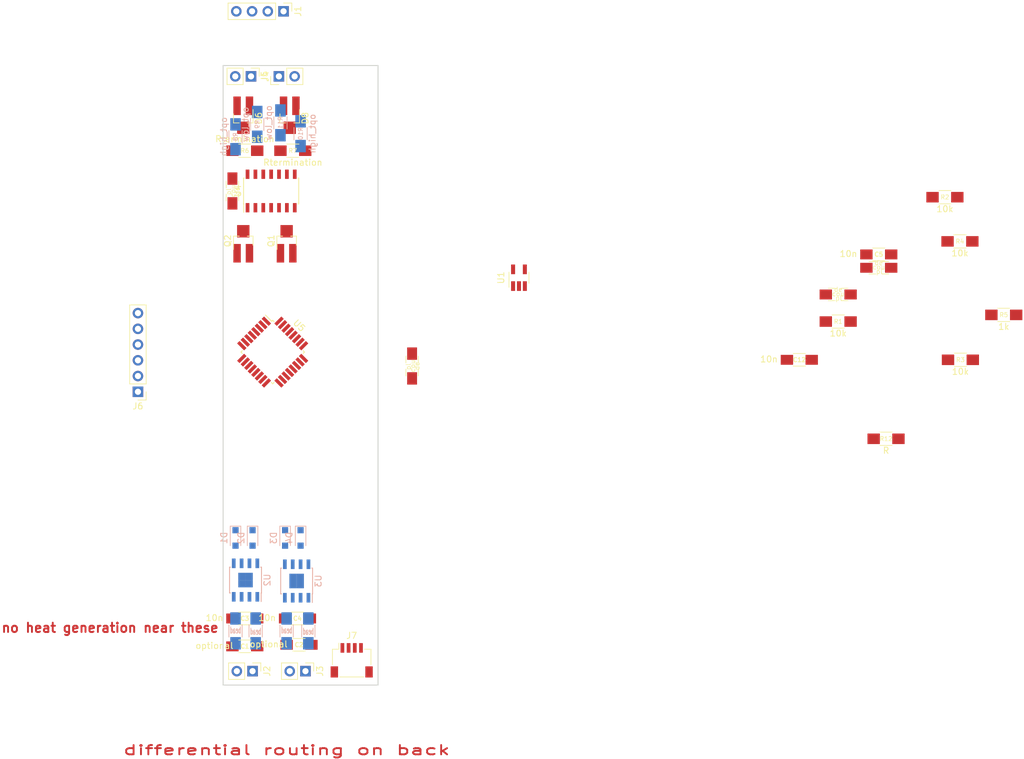
<source format=kicad_pcb>
(kicad_pcb (version 20171130) (host pcbnew 5.0.2-bee76a0~70~ubuntu18.04.1)

  (general
    (thickness 1.6)
    (drawings 6)
    (tracks 0)
    (zones 0)
    (modules 46)
    (nets 65)
  )

  (page A4)
  (layers
    (0 F.Cu signal)
    (1 GND power)
    (2 PWR power)
    (31 B.Cu signal)
    (32 B.Adhes user)
    (33 F.Adhes user)
    (34 B.Paste user)
    (35 F.Paste user)
    (36 B.SilkS user)
    (37 F.SilkS user)
    (38 B.Mask user)
    (39 F.Mask user)
    (40 Dwgs.User user)
    (41 Cmts.User user)
    (42 Eco1.User user)
    (43 Eco2.User user)
    (44 Edge.Cuts user)
    (45 Margin user)
    (46 B.CrtYd user)
    (47 F.CrtYd user)
    (48 B.Fab user)
    (49 F.Fab user)
  )

  (setup
    (last_trace_width 0.25)
    (trace_clearance 0.2)
    (zone_clearance 0.508)
    (zone_45_only no)
    (trace_min 0.2)
    (segment_width 0.2)
    (edge_width 0.15)
    (via_size 0.8)
    (via_drill 0.4)
    (via_min_size 0.4)
    (via_min_drill 0.3)
    (uvia_size 0.3)
    (uvia_drill 0.1)
    (uvias_allowed no)
    (uvia_min_size 0.2)
    (uvia_min_drill 0.1)
    (pcb_text_width 0.3)
    (pcb_text_size 1.5 1.5)
    (mod_edge_width 0.15)
    (mod_text_size 1 1)
    (mod_text_width 0.15)
    (pad_size 1.524 1.524)
    (pad_drill 0.762)
    (pad_to_mask_clearance 0.051)
    (solder_mask_min_width 0.25)
    (aux_axis_origin 0 0)
    (visible_elements FFFFF77F)
    (pcbplotparams
      (layerselection 0x010fc_ffffffff)
      (usegerberextensions false)
      (usegerberattributes false)
      (usegerberadvancedattributes false)
      (creategerberjobfile false)
      (excludeedgelayer true)
      (linewidth 0.100000)
      (plotframeref false)
      (viasonmask false)
      (mode 1)
      (useauxorigin false)
      (hpglpennumber 1)
      (hpglpenspeed 20)
      (hpglpendiameter 15.000000)
      (psnegative false)
      (psa4output false)
      (plotreference true)
      (plotvalue true)
      (plotinvisibletext false)
      (padsonsilk false)
      (subtractmaskfromsilk false)
      (outputformat 1)
      (mirror false)
      (drillshape 1)
      (scaleselection 1)
      (outputdirectory ""))
  )

  (net 0 "")
  (net 1 GND)
  (net 2 +3V3)
  (net 3 +5V)
  (net 4 "Net-(C12-Pad2)")
  (net 5 dtr)
  (net 6 rxi)
  (net 7 txo)
  (net 8 vcc)
  (net 9 cts)
  (net 10 gnd)
  (net 11 "Net-(C2-Pad2)")
  (net 12 "Net-(C4-Pad2)")
  (net 13 "Net-(C2-Pad1)")
  (net 14 "Net-(C4-Pad1)")
  (net 15 "Net-(C1-Pad2)")
  (net 16 "Net-(C3-Pad2)")
  (net 17 "Net-(C1-Pad1)")
  (net 18 "Net-(C3-Pad1)")
  (net 19 rxd)
  (net 20 txd)
  (net 21 rxd_3v3)
  (net 22 txd_3v3)
  (net 23 "Net-(R5-Pad2)")
  (net 24 "Net-(C5-Pad1)")
  (net 25 "Net-(U4-Pad13)")
  (net 26 "Net-(U4-Pad1)")
  (net 27 do)
  (net 28 "Net-(D4-Pad2)")
  (net 29 "Net-(D3-Pad2)")
  (net 30 "Net-(D1-Pad2)")
  (net 31 "Net-(D2-Pad2)")
  (net 32 "Net-(U5-Pad32)")
  (net 33 scl)
  (net 34 sda)
  (net 35 "Net-(U5-Pad26)")
  (net 36 "Net-(U5-Pad25)")
  (net 37 "Net-(U5-Pad24)")
  (net 38 "Net-(U5-Pad23)")
  (net 39 "Net-(U5-Pad22)")
  (net 40 "Net-(U5-Pad19)")
  (net 41 "Net-(U5-Pad17)")
  (net 42 "Net-(U5-Pad16)")
  (net 43 "Net-(U5-Pad15)")
  (net 44 "Net-(U5-Pad14)")
  (net 45 "Net-(U5-Pad13)")
  (net 46 "Net-(U5-Pad12)")
  (net 47 cs_1)
  (net 48 cs_0)
  (net 49 "Net-(U5-Pad8)")
  (net 50 "Net-(U5-Pad7)")
  (net 51 "Net-(U5-Pad2)")
  (net 52 sck)
  (net 53 "Net-(J7-Pad1)")
  (net 54 "Net-(J7-Pad2)")
  (net 55 "Net-(J7-Pad3)")
  (net 56 "Net-(J7-Pad4)")
  (net 57 "Net-(J1-Pad4)")
  (net 58 "Net-(J1-Pad3)")
  (net 59 "Net-(J1-Pad2)")
  (net 60 "Net-(J1-Pad1)")
  (net 61 "Net-(D8-Pad1)")
  (net 62 "Net-(D8-Pad2)")
  (net 63 "Net-(D6-Pad2)")
  (net 64 "Net-(D6-Pad1)")

  (net_class Default "This is the default net class."
    (clearance 0.2)
    (trace_width 0.25)
    (via_dia 0.8)
    (via_drill 0.4)
    (uvia_dia 0.3)
    (uvia_drill 0.1)
    (add_net +3V3)
    (add_net +5V)
    (add_net GND)
    (add_net "Net-(C1-Pad1)")
    (add_net "Net-(C1-Pad2)")
    (add_net "Net-(C12-Pad2)")
    (add_net "Net-(C2-Pad1)")
    (add_net "Net-(C2-Pad2)")
    (add_net "Net-(C3-Pad1)")
    (add_net "Net-(C3-Pad2)")
    (add_net "Net-(C4-Pad1)")
    (add_net "Net-(C4-Pad2)")
    (add_net "Net-(C5-Pad1)")
    (add_net "Net-(D1-Pad2)")
    (add_net "Net-(D2-Pad2)")
    (add_net "Net-(D3-Pad2)")
    (add_net "Net-(D4-Pad2)")
    (add_net "Net-(D6-Pad1)")
    (add_net "Net-(D6-Pad2)")
    (add_net "Net-(D8-Pad1)")
    (add_net "Net-(D8-Pad2)")
    (add_net "Net-(J1-Pad1)")
    (add_net "Net-(J1-Pad2)")
    (add_net "Net-(J1-Pad3)")
    (add_net "Net-(J1-Pad4)")
    (add_net "Net-(J7-Pad1)")
    (add_net "Net-(J7-Pad2)")
    (add_net "Net-(J7-Pad3)")
    (add_net "Net-(J7-Pad4)")
    (add_net "Net-(R5-Pad2)")
    (add_net "Net-(U4-Pad1)")
    (add_net "Net-(U4-Pad13)")
    (add_net "Net-(U5-Pad12)")
    (add_net "Net-(U5-Pad13)")
    (add_net "Net-(U5-Pad14)")
    (add_net "Net-(U5-Pad15)")
    (add_net "Net-(U5-Pad16)")
    (add_net "Net-(U5-Pad17)")
    (add_net "Net-(U5-Pad19)")
    (add_net "Net-(U5-Pad2)")
    (add_net "Net-(U5-Pad22)")
    (add_net "Net-(U5-Pad23)")
    (add_net "Net-(U5-Pad24)")
    (add_net "Net-(U5-Pad25)")
    (add_net "Net-(U5-Pad26)")
    (add_net "Net-(U5-Pad32)")
    (add_net "Net-(U5-Pad7)")
    (add_net "Net-(U5-Pad8)")
    (add_net cs_0)
    (add_net cs_1)
    (add_net cts)
    (add_net do)
    (add_net dtr)
    (add_net gnd)
    (add_net rxd)
    (add_net rxd_3v3)
    (add_net rxi)
    (add_net sck)
    (add_net scl)
    (add_net sda)
    (add_net txd)
    (add_net txd_3v3)
    (add_net txo)
    (add_net vcc)
  )

  (module Diodes_SMD:D_SOD-323_HandSoldering (layer B.Cu) (tedit 58641869) (tstamp 5DBD9AEB)
    (at 137.5 126.25 270)
    (descr SOD-323)
    (tags SOD-323)
    (path /5DB8F8E4)
    (attr smd)
    (fp_text reference D4 (at 0 1.85 270) (layer B.SilkS)
      (effects (font (size 1 1) (thickness 0.15)) (justify mirror))
    )
    (fp_text value 1N4148 (at 0.1 -1.9 270) (layer B.Fab)
      (effects (font (size 1 1) (thickness 0.15)) (justify mirror))
    )
    (fp_text user %R (at 0 1.85 270) (layer B.Fab)
      (effects (font (size 1 1) (thickness 0.15)) (justify mirror))
    )
    (fp_line (start -1.9 0.85) (end -1.9 -0.85) (layer B.SilkS) (width 0.12))
    (fp_line (start 0.2 0) (end 0.45 0) (layer B.Fab) (width 0.1))
    (fp_line (start 0.2 -0.35) (end -0.3 0) (layer B.Fab) (width 0.1))
    (fp_line (start 0.2 0.35) (end 0.2 -0.35) (layer B.Fab) (width 0.1))
    (fp_line (start -0.3 0) (end 0.2 0.35) (layer B.Fab) (width 0.1))
    (fp_line (start -0.3 0) (end -0.5 0) (layer B.Fab) (width 0.1))
    (fp_line (start -0.3 0.35) (end -0.3 -0.35) (layer B.Fab) (width 0.1))
    (fp_line (start -0.9 -0.7) (end -0.9 0.7) (layer B.Fab) (width 0.1))
    (fp_line (start 0.9 -0.7) (end -0.9 -0.7) (layer B.Fab) (width 0.1))
    (fp_line (start 0.9 0.7) (end 0.9 -0.7) (layer B.Fab) (width 0.1))
    (fp_line (start -0.9 0.7) (end 0.9 0.7) (layer B.Fab) (width 0.1))
    (fp_line (start -2 0.95) (end 2 0.95) (layer B.CrtYd) (width 0.05))
    (fp_line (start 2 0.95) (end 2 -0.95) (layer B.CrtYd) (width 0.05))
    (fp_line (start -2 -0.95) (end 2 -0.95) (layer B.CrtYd) (width 0.05))
    (fp_line (start -2 0.95) (end -2 -0.95) (layer B.CrtYd) (width 0.05))
    (fp_line (start -1.9 -0.85) (end 1.25 -0.85) (layer B.SilkS) (width 0.12))
    (fp_line (start -1.9 0.85) (end 1.25 0.85) (layer B.SilkS) (width 0.12))
    (pad 1 smd rect (at -1.25 0 270) (size 1 1) (layers B.Cu B.Paste B.Mask)
      (net 47 cs_1))
    (pad 2 smd rect (at 1.25 0 270) (size 1 1) (layers B.Cu B.Paste B.Mask)
      (net 28 "Net-(D4-Pad2)"))
    (model ${KISYS3DMOD}/Diodes_SMD.3dshapes/D_SOD-323.wrl
      (at (xyz 0 0 0))
      (scale (xyz 1 1 1))
      (rotate (xyz 0 0 0))
    )
  )

  (module Diodes_SMD:D_SOD-323_HandSoldering (layer B.Cu) (tedit 58641869) (tstamp 5DBD9AD3)
    (at 129.75 126.25 270)
    (descr SOD-323)
    (tags SOD-323)
    (path /5DB31C33)
    (attr smd)
    (fp_text reference D2 (at 0 1.85 270) (layer B.SilkS)
      (effects (font (size 1 1) (thickness 0.15)) (justify mirror))
    )
    (fp_text value 1N4148 (at 0.1 -1.9 270) (layer B.Fab)
      (effects (font (size 1 1) (thickness 0.15)) (justify mirror))
    )
    (fp_line (start -1.9 0.85) (end 1.25 0.85) (layer B.SilkS) (width 0.12))
    (fp_line (start -1.9 -0.85) (end 1.25 -0.85) (layer B.SilkS) (width 0.12))
    (fp_line (start -2 0.95) (end -2 -0.95) (layer B.CrtYd) (width 0.05))
    (fp_line (start -2 -0.95) (end 2 -0.95) (layer B.CrtYd) (width 0.05))
    (fp_line (start 2 0.95) (end 2 -0.95) (layer B.CrtYd) (width 0.05))
    (fp_line (start -2 0.95) (end 2 0.95) (layer B.CrtYd) (width 0.05))
    (fp_line (start -0.9 0.7) (end 0.9 0.7) (layer B.Fab) (width 0.1))
    (fp_line (start 0.9 0.7) (end 0.9 -0.7) (layer B.Fab) (width 0.1))
    (fp_line (start 0.9 -0.7) (end -0.9 -0.7) (layer B.Fab) (width 0.1))
    (fp_line (start -0.9 -0.7) (end -0.9 0.7) (layer B.Fab) (width 0.1))
    (fp_line (start -0.3 0.35) (end -0.3 -0.35) (layer B.Fab) (width 0.1))
    (fp_line (start -0.3 0) (end -0.5 0) (layer B.Fab) (width 0.1))
    (fp_line (start -0.3 0) (end 0.2 0.35) (layer B.Fab) (width 0.1))
    (fp_line (start 0.2 0.35) (end 0.2 -0.35) (layer B.Fab) (width 0.1))
    (fp_line (start 0.2 -0.35) (end -0.3 0) (layer B.Fab) (width 0.1))
    (fp_line (start 0.2 0) (end 0.45 0) (layer B.Fab) (width 0.1))
    (fp_line (start -1.9 0.85) (end -1.9 -0.85) (layer B.SilkS) (width 0.12))
    (fp_text user %R (at 0 1.85 270) (layer B.Fab)
      (effects (font (size 1 1) (thickness 0.15)) (justify mirror))
    )
    (pad 2 smd rect (at 1.25 0 270) (size 1 1) (layers B.Cu B.Paste B.Mask)
      (net 31 "Net-(D2-Pad2)"))
    (pad 1 smd rect (at -1.25 0 270) (size 1 1) (layers B.Cu B.Paste B.Mask)
      (net 48 cs_0))
    (model ${KISYS3DMOD}/Diodes_SMD.3dshapes/D_SOD-323.wrl
      (at (xyz 0 0 0))
      (scale (xyz 1 1 1))
      (rotate (xyz 0 0 0))
    )
  )

  (module Diodes_SMD:D_SOD-323_HandSoldering (layer B.Cu) (tedit 58641869) (tstamp 5DBD9ABB)
    (at 127 126.25 270)
    (descr SOD-323)
    (tags SOD-323)
    (path /5DB31CD5)
    (attr smd)
    (fp_text reference D1 (at 0 1.85 270) (layer B.SilkS)
      (effects (font (size 1 1) (thickness 0.15)) (justify mirror))
    )
    (fp_text value 1N4148 (at 0.1 -1.9 270) (layer B.Fab)
      (effects (font (size 1 1) (thickness 0.15)) (justify mirror))
    )
    (fp_text user %R (at 0 1.85 270) (layer B.Fab)
      (effects (font (size 1 1) (thickness 0.15)) (justify mirror))
    )
    (fp_line (start -1.9 0.85) (end -1.9 -0.85) (layer B.SilkS) (width 0.12))
    (fp_line (start 0.2 0) (end 0.45 0) (layer B.Fab) (width 0.1))
    (fp_line (start 0.2 -0.35) (end -0.3 0) (layer B.Fab) (width 0.1))
    (fp_line (start 0.2 0.35) (end 0.2 -0.35) (layer B.Fab) (width 0.1))
    (fp_line (start -0.3 0) (end 0.2 0.35) (layer B.Fab) (width 0.1))
    (fp_line (start -0.3 0) (end -0.5 0) (layer B.Fab) (width 0.1))
    (fp_line (start -0.3 0.35) (end -0.3 -0.35) (layer B.Fab) (width 0.1))
    (fp_line (start -0.9 -0.7) (end -0.9 0.7) (layer B.Fab) (width 0.1))
    (fp_line (start 0.9 -0.7) (end -0.9 -0.7) (layer B.Fab) (width 0.1))
    (fp_line (start 0.9 0.7) (end 0.9 -0.7) (layer B.Fab) (width 0.1))
    (fp_line (start -0.9 0.7) (end 0.9 0.7) (layer B.Fab) (width 0.1))
    (fp_line (start -2 0.95) (end 2 0.95) (layer B.CrtYd) (width 0.05))
    (fp_line (start 2 0.95) (end 2 -0.95) (layer B.CrtYd) (width 0.05))
    (fp_line (start -2 -0.95) (end 2 -0.95) (layer B.CrtYd) (width 0.05))
    (fp_line (start -2 0.95) (end -2 -0.95) (layer B.CrtYd) (width 0.05))
    (fp_line (start -1.9 -0.85) (end 1.25 -0.85) (layer B.SilkS) (width 0.12))
    (fp_line (start -1.9 0.85) (end 1.25 0.85) (layer B.SilkS) (width 0.12))
    (pad 1 smd rect (at -1.25 0 270) (size 1 1) (layers B.Cu B.Paste B.Mask)
      (net 52 sck))
    (pad 2 smd rect (at 1.25 0 270) (size 1 1) (layers B.Cu B.Paste B.Mask)
      (net 30 "Net-(D1-Pad2)"))
    (model ${KISYS3DMOD}/Diodes_SMD.3dshapes/D_SOD-323.wrl
      (at (xyz 0 0 0))
      (scale (xyz 1 1 1))
      (rotate (xyz 0 0 0))
    )
  )

  (module Diodes_SMD:D_SOD-323_HandSoldering (layer B.Cu) (tedit 58641869) (tstamp 5DBD9AA3)
    (at 135 126.25 270)
    (descr SOD-323)
    (tags SOD-323)
    (path /5DB8F8EA)
    (attr smd)
    (fp_text reference D3 (at 0 1.85 270) (layer B.SilkS)
      (effects (font (size 1 1) (thickness 0.15)) (justify mirror))
    )
    (fp_text value 1N4148 (at 0.1 -1.9 270) (layer B.Fab)
      (effects (font (size 1 1) (thickness 0.15)) (justify mirror))
    )
    (fp_line (start -1.9 0.85) (end 1.25 0.85) (layer B.SilkS) (width 0.12))
    (fp_line (start -1.9 -0.85) (end 1.25 -0.85) (layer B.SilkS) (width 0.12))
    (fp_line (start -2 0.95) (end -2 -0.95) (layer B.CrtYd) (width 0.05))
    (fp_line (start -2 -0.95) (end 2 -0.95) (layer B.CrtYd) (width 0.05))
    (fp_line (start 2 0.95) (end 2 -0.95) (layer B.CrtYd) (width 0.05))
    (fp_line (start -2 0.95) (end 2 0.95) (layer B.CrtYd) (width 0.05))
    (fp_line (start -0.9 0.7) (end 0.9 0.7) (layer B.Fab) (width 0.1))
    (fp_line (start 0.9 0.7) (end 0.9 -0.7) (layer B.Fab) (width 0.1))
    (fp_line (start 0.9 -0.7) (end -0.9 -0.7) (layer B.Fab) (width 0.1))
    (fp_line (start -0.9 -0.7) (end -0.9 0.7) (layer B.Fab) (width 0.1))
    (fp_line (start -0.3 0.35) (end -0.3 -0.35) (layer B.Fab) (width 0.1))
    (fp_line (start -0.3 0) (end -0.5 0) (layer B.Fab) (width 0.1))
    (fp_line (start -0.3 0) (end 0.2 0.35) (layer B.Fab) (width 0.1))
    (fp_line (start 0.2 0.35) (end 0.2 -0.35) (layer B.Fab) (width 0.1))
    (fp_line (start 0.2 -0.35) (end -0.3 0) (layer B.Fab) (width 0.1))
    (fp_line (start 0.2 0) (end 0.45 0) (layer B.Fab) (width 0.1))
    (fp_line (start -1.9 0.85) (end -1.9 -0.85) (layer B.SilkS) (width 0.12))
    (fp_text user %R (at 0 1.85 270) (layer B.Fab)
      (effects (font (size 1 1) (thickness 0.15)) (justify mirror))
    )
    (pad 2 smd rect (at 1.25 0 270) (size 1 1) (layers B.Cu B.Paste B.Mask)
      (net 29 "Net-(D3-Pad2)"))
    (pad 1 smd rect (at -1.25 0 270) (size 1 1) (layers B.Cu B.Paste B.Mask)
      (net 52 sck))
    (model ${KISYS3DMOD}/Diodes_SMD.3dshapes/D_SOD-323.wrl
      (at (xyz 0 0 0))
      (scale (xyz 1 1 1))
      (rotate (xyz 0 0 0))
    )
  )

  (module Pin_Headers:Pin_Header_Straight_1x02_Pitch2.54mm (layer F.Cu) (tedit 59650532) (tstamp 5DBCC372)
    (at 138.29 147.75 270)
    (descr "Through hole straight pin header, 1x02, 2.54mm pitch, single row")
    (tags "Through hole pin header THT 1x02 2.54mm single row")
    (path /5DB8F8CE)
    (fp_text reference J3 (at 0 -2.33 270) (layer F.SilkS)
      (effects (font (size 1 1) (thickness 0.15)))
    )
    (fp_text value Conn_01x02_Female (at 0 4.87 270) (layer F.Fab)
      (effects (font (size 1 1) (thickness 0.15)))
    )
    (fp_line (start -0.635 -1.27) (end 1.27 -1.27) (layer F.Fab) (width 0.1))
    (fp_line (start 1.27 -1.27) (end 1.27 3.81) (layer F.Fab) (width 0.1))
    (fp_line (start 1.27 3.81) (end -1.27 3.81) (layer F.Fab) (width 0.1))
    (fp_line (start -1.27 3.81) (end -1.27 -0.635) (layer F.Fab) (width 0.1))
    (fp_line (start -1.27 -0.635) (end -0.635 -1.27) (layer F.Fab) (width 0.1))
    (fp_line (start -1.33 3.87) (end 1.33 3.87) (layer F.SilkS) (width 0.12))
    (fp_line (start -1.33 1.27) (end -1.33 3.87) (layer F.SilkS) (width 0.12))
    (fp_line (start 1.33 1.27) (end 1.33 3.87) (layer F.SilkS) (width 0.12))
    (fp_line (start -1.33 1.27) (end 1.33 1.27) (layer F.SilkS) (width 0.12))
    (fp_line (start -1.33 0) (end -1.33 -1.33) (layer F.SilkS) (width 0.12))
    (fp_line (start -1.33 -1.33) (end 0 -1.33) (layer F.SilkS) (width 0.12))
    (fp_line (start -1.8 -1.8) (end -1.8 4.35) (layer F.CrtYd) (width 0.05))
    (fp_line (start -1.8 4.35) (end 1.8 4.35) (layer F.CrtYd) (width 0.05))
    (fp_line (start 1.8 4.35) (end 1.8 -1.8) (layer F.CrtYd) (width 0.05))
    (fp_line (start 1.8 -1.8) (end -1.8 -1.8) (layer F.CrtYd) (width 0.05))
    (fp_text user %R (at 0 1.27) (layer F.Fab)
      (effects (font (size 1 1) (thickness 0.15)))
    )
    (pad 1 thru_hole rect (at 0 0 270) (size 1.7 1.7) (drill 1) (layers *.Cu *.Mask)
      (net 11 "Net-(C2-Pad2)"))
    (pad 2 thru_hole oval (at 0 2.54 270) (size 1.7 1.7) (drill 1) (layers *.Cu *.Mask)
      (net 13 "Net-(C2-Pad1)"))
    (model ${KISYS3DMOD}/Pin_Headers.3dshapes/Pin_Header_Straight_1x02_Pitch2.54mm.wrl
      (at (xyz 0 0 0))
      (scale (xyz 1 1 1))
      (rotate (xyz 0 0 0))
    )
  )

  (module Pin_Headers:Pin_Header_Straight_1x02_Pitch2.54mm (layer F.Cu) (tedit 59650532) (tstamp 5DBCC35C)
    (at 129.75 147.75 270)
    (descr "Through hole straight pin header, 1x02, 2.54mm pitch, single row")
    (tags "Through hole pin header THT 1x02 2.54mm single row")
    (path /5DB29DB1)
    (fp_text reference J2 (at 0 -2.33 270) (layer F.SilkS)
      (effects (font (size 1 1) (thickness 0.15)))
    )
    (fp_text value Conn_01x02_Female (at 0 4.87 270) (layer F.Fab)
      (effects (font (size 1 1) (thickness 0.15)))
    )
    (fp_text user %R (at 0 1.27) (layer F.Fab)
      (effects (font (size 1 1) (thickness 0.15)))
    )
    (fp_line (start 1.8 -1.8) (end -1.8 -1.8) (layer F.CrtYd) (width 0.05))
    (fp_line (start 1.8 4.35) (end 1.8 -1.8) (layer F.CrtYd) (width 0.05))
    (fp_line (start -1.8 4.35) (end 1.8 4.35) (layer F.CrtYd) (width 0.05))
    (fp_line (start -1.8 -1.8) (end -1.8 4.35) (layer F.CrtYd) (width 0.05))
    (fp_line (start -1.33 -1.33) (end 0 -1.33) (layer F.SilkS) (width 0.12))
    (fp_line (start -1.33 0) (end -1.33 -1.33) (layer F.SilkS) (width 0.12))
    (fp_line (start -1.33 1.27) (end 1.33 1.27) (layer F.SilkS) (width 0.12))
    (fp_line (start 1.33 1.27) (end 1.33 3.87) (layer F.SilkS) (width 0.12))
    (fp_line (start -1.33 1.27) (end -1.33 3.87) (layer F.SilkS) (width 0.12))
    (fp_line (start -1.33 3.87) (end 1.33 3.87) (layer F.SilkS) (width 0.12))
    (fp_line (start -1.27 -0.635) (end -0.635 -1.27) (layer F.Fab) (width 0.1))
    (fp_line (start -1.27 3.81) (end -1.27 -0.635) (layer F.Fab) (width 0.1))
    (fp_line (start 1.27 3.81) (end -1.27 3.81) (layer F.Fab) (width 0.1))
    (fp_line (start 1.27 -1.27) (end 1.27 3.81) (layer F.Fab) (width 0.1))
    (fp_line (start -0.635 -1.27) (end 1.27 -1.27) (layer F.Fab) (width 0.1))
    (pad 2 thru_hole oval (at 0 2.54 270) (size 1.7 1.7) (drill 1) (layers *.Cu *.Mask)
      (net 17 "Net-(C1-Pad1)"))
    (pad 1 thru_hole rect (at 0 0 270) (size 1.7 1.7) (drill 1) (layers *.Cu *.Mask)
      (net 15 "Net-(C1-Pad2)"))
    (model ${KISYS3DMOD}/Pin_Headers.3dshapes/Pin_Header_Straight_1x02_Pitch2.54mm.wrl
      (at (xyz 0 0 0))
      (scale (xyz 1 1 1))
      (rotate (xyz 0 0 0))
    )
  )

  (module Pin_Headers:Pin_Header_Straight_1x04_Pitch2.54mm (layer F.Cu) (tedit 59650532) (tstamp 5DBCC346)
    (at 134.75 41.25 270)
    (descr "Through hole straight pin header, 1x04, 2.54mm pitch, single row")
    (tags "Through hole pin header THT 1x04 2.54mm single row")
    (path /5DB86B98)
    (fp_text reference J1 (at 0 -2.33 270) (layer F.SilkS)
      (effects (font (size 1 1) (thickness 0.15)))
    )
    (fp_text value vin (at 0 9.95 270) (layer F.Fab)
      (effects (font (size 1 1) (thickness 0.15)))
    )
    (fp_text user %R (at 0 3.81) (layer F.Fab)
      (effects (font (size 1 1) (thickness 0.15)))
    )
    (fp_line (start 1.8 -1.8) (end -1.8 -1.8) (layer F.CrtYd) (width 0.05))
    (fp_line (start 1.8 9.4) (end 1.8 -1.8) (layer F.CrtYd) (width 0.05))
    (fp_line (start -1.8 9.4) (end 1.8 9.4) (layer F.CrtYd) (width 0.05))
    (fp_line (start -1.8 -1.8) (end -1.8 9.4) (layer F.CrtYd) (width 0.05))
    (fp_line (start -1.33 -1.33) (end 0 -1.33) (layer F.SilkS) (width 0.12))
    (fp_line (start -1.33 0) (end -1.33 -1.33) (layer F.SilkS) (width 0.12))
    (fp_line (start -1.33 1.27) (end 1.33 1.27) (layer F.SilkS) (width 0.12))
    (fp_line (start 1.33 1.27) (end 1.33 8.95) (layer F.SilkS) (width 0.12))
    (fp_line (start -1.33 1.27) (end -1.33 8.95) (layer F.SilkS) (width 0.12))
    (fp_line (start -1.33 8.95) (end 1.33 8.95) (layer F.SilkS) (width 0.12))
    (fp_line (start -1.27 -0.635) (end -0.635 -1.27) (layer F.Fab) (width 0.1))
    (fp_line (start -1.27 8.89) (end -1.27 -0.635) (layer F.Fab) (width 0.1))
    (fp_line (start 1.27 8.89) (end -1.27 8.89) (layer F.Fab) (width 0.1))
    (fp_line (start 1.27 -1.27) (end 1.27 8.89) (layer F.Fab) (width 0.1))
    (fp_line (start -0.635 -1.27) (end 1.27 -1.27) (layer F.Fab) (width 0.1))
    (pad 4 thru_hole oval (at 0 7.62 270) (size 1.7 1.7) (drill 1) (layers *.Cu *.Mask)
      (net 57 "Net-(J1-Pad4)"))
    (pad 3 thru_hole oval (at 0 5.08 270) (size 1.7 1.7) (drill 1) (layers *.Cu *.Mask)
      (net 58 "Net-(J1-Pad3)"))
    (pad 2 thru_hole oval (at 0 2.54 270) (size 1.7 1.7) (drill 1) (layers *.Cu *.Mask)
      (net 59 "Net-(J1-Pad2)"))
    (pad 1 thru_hole rect (at 0 0 270) (size 1.7 1.7) (drill 1) (layers *.Cu *.Mask)
      (net 60 "Net-(J1-Pad1)"))
    (model ${KISYS3DMOD}/Pin_Headers.3dshapes/Pin_Header_Straight_1x04_Pitch2.54mm.wrl
      (at (xyz 0 0 0))
      (scale (xyz 1 1 1))
      (rotate (xyz 0 0 0))
    )
  )

  (module Connectors_JST:JST_SH_SM04B-SRSS-TB_1x04-1MP_P1.00mm_Horizontal (layer F.Cu) (tedit 5AA47E63) (tstamp 5DBDA155)
    (at 145.75 146)
    (descr "JST SH series connector, SM04B-SRSS-TB (http://www.jst-mfg.com/product/pdf/eng/eSH.pdf), generated with kicad-footprint-generator")
    (tags "connector JST SH top entry")
    (path /5DBB51B0)
    (attr smd)
    (fp_text reference J7 (at 0 -3.98) (layer F.SilkS)
      (effects (font (size 1 1) (thickness 0.15)))
    )
    (fp_text value Connector_Conn_01x04_Female (at 0 3.98) (layer F.Fab)
      (effects (font (size 1 1) (thickness 0.15)))
    )
    (fp_line (start -3 -1.675) (end 3 -1.675) (layer F.Fab) (width 0.1))
    (fp_line (start -3.11 0.715) (end -3.11 -1.785) (layer F.SilkS) (width 0.12))
    (fp_line (start -3.11 -1.785) (end -2.06 -1.785) (layer F.SilkS) (width 0.12))
    (fp_line (start -2.06 -1.785) (end -2.06 -2.775) (layer F.SilkS) (width 0.12))
    (fp_line (start 3.11 0.715) (end 3.11 -1.785) (layer F.SilkS) (width 0.12))
    (fp_line (start 3.11 -1.785) (end 2.06 -1.785) (layer F.SilkS) (width 0.12))
    (fp_line (start -1.94 2.685) (end 1.94 2.685) (layer F.SilkS) (width 0.12))
    (fp_line (start -3 2.575) (end 3 2.575) (layer F.Fab) (width 0.1))
    (fp_line (start -3 -1.675) (end -3 2.575) (layer F.Fab) (width 0.1))
    (fp_line (start 3 -1.675) (end 3 2.575) (layer F.Fab) (width 0.1))
    (fp_line (start -3.9 -3.28) (end -3.9 3.28) (layer F.CrtYd) (width 0.05))
    (fp_line (start -3.9 3.28) (end 3.9 3.28) (layer F.CrtYd) (width 0.05))
    (fp_line (start 3.9 3.28) (end 3.9 -3.28) (layer F.CrtYd) (width 0.05))
    (fp_line (start 3.9 -3.28) (end -3.9 -3.28) (layer F.CrtYd) (width 0.05))
    (fp_line (start -2 -1.675) (end -1.5 -0.967893) (layer F.Fab) (width 0.1))
    (fp_line (start -1.5 -0.967893) (end -1 -1.675) (layer F.Fab) (width 0.1))
    (fp_text user %R (at 0 0) (layer F.Fab)
      (effects (font (size 1 1) (thickness 0.15)))
    )
    (pad 1 smd rect (at -1.5 -2) (size 0.6 1.55) (layers F.Cu F.Paste F.Mask)
      (net 53 "Net-(J7-Pad1)"))
    (pad 2 smd rect (at -0.5 -2) (size 0.6 1.55) (layers F.Cu F.Paste F.Mask)
      (net 54 "Net-(J7-Pad2)"))
    (pad 3 smd rect (at 0.5 -2) (size 0.6 1.55) (layers F.Cu F.Paste F.Mask)
      (net 55 "Net-(J7-Pad3)"))
    (pad 4 smd rect (at 1.5 -2) (size 0.6 1.55) (layers F.Cu F.Paste F.Mask)
      (net 56 "Net-(J7-Pad4)"))
    (pad MP smd rect (at -2.8 1.875) (size 1.2 1.8) (layers F.Cu F.Paste F.Mask))
    (pad MP smd rect (at 2.8 1.875) (size 1.2 1.8) (layers F.Cu F.Paste F.Mask))
    (model ${KISYS3DMOD}/Connector_JST.3dshapes/JST_SH_SM04B-SRSS-TB_1x04-1MP_P1.00mm_Horizontal.wrl
      (at (xyz 0 0 0))
      (scale (xyz 1 1 1))
      (rotate (xyz 0 0 0))
    )
  )

  (module Housings_QFP:TQFP-32_7x7mm_Pitch0.8mm (layer F.Cu) (tedit 58CC9A48) (tstamp 5DBB6635)
    (at 133 96.25 315)
    (descr "32-Lead Plastic Thin Quad Flatpack (PT) - 7x7x1.0 mm Body, 2.00 mm [TQFP] (see Microchip Packaging Specification 00000049BS.pdf)")
    (tags "QFP 0.8")
    (path /5DB1976B)
    (attr smd)
    (fp_text reference U5 (at 0 -6.05 315) (layer F.SilkS)
      (effects (font (size 1 1) (thickness 0.15)))
    )
    (fp_text value ATmega328-AU (at 0 6.05 315) (layer F.Fab)
      (effects (font (size 1 1) (thickness 0.15)))
    )
    (fp_line (start -3.625 -3.4) (end -5.05 -3.4) (layer F.SilkS) (width 0.15))
    (fp_line (start 3.625 -3.625) (end 3.3 -3.625) (layer F.SilkS) (width 0.15))
    (fp_line (start 3.625 3.625) (end 3.3 3.625) (layer F.SilkS) (width 0.15))
    (fp_line (start -3.625 3.625) (end -3.3 3.625) (layer F.SilkS) (width 0.15))
    (fp_line (start -3.625 -3.625) (end -3.3 -3.625) (layer F.SilkS) (width 0.15))
    (fp_line (start -3.625 3.625) (end -3.625 3.3) (layer F.SilkS) (width 0.15))
    (fp_line (start 3.625 3.625) (end 3.625 3.3) (layer F.SilkS) (width 0.15))
    (fp_line (start 3.625 -3.625) (end 3.625 -3.3) (layer F.SilkS) (width 0.15))
    (fp_line (start -3.625 -3.625) (end -3.625 -3.4) (layer F.SilkS) (width 0.15))
    (fp_line (start -5.3 5.3) (end 5.3 5.3) (layer F.CrtYd) (width 0.05))
    (fp_line (start -5.3 -5.3) (end 5.3 -5.3) (layer F.CrtYd) (width 0.05))
    (fp_line (start 5.3 -5.3) (end 5.3 5.3) (layer F.CrtYd) (width 0.05))
    (fp_line (start -5.3 -5.3) (end -5.3 5.3) (layer F.CrtYd) (width 0.05))
    (fp_line (start -3.5 -2.5) (end -2.5 -3.5) (layer F.Fab) (width 0.15))
    (fp_line (start -3.5 3.5) (end -3.5 -2.5) (layer F.Fab) (width 0.15))
    (fp_line (start 3.5 3.5) (end -3.5 3.5) (layer F.Fab) (width 0.15))
    (fp_line (start 3.5 -3.5) (end 3.5 3.5) (layer F.Fab) (width 0.15))
    (fp_line (start -2.5 -3.5) (end 3.5 -3.5) (layer F.Fab) (width 0.15))
    (fp_text user %R (at 0 0 315) (layer F.Fab)
      (effects (font (size 1 1) (thickness 0.15)))
    )
    (pad 32 smd rect (at -2.8 -4.25 45) (size 1.6 0.55) (layers F.Cu F.Paste F.Mask)
      (net 32 "Net-(U5-Pad32)"))
    (pad 31 smd rect (at -2 -4.25 45) (size 1.6 0.55) (layers F.Cu F.Paste F.Mask)
      (net 22 txd_3v3))
    (pad 30 smd rect (at -1.2 -4.25 45) (size 1.6 0.55) (layers F.Cu F.Paste F.Mask)
      (net 21 rxd_3v3))
    (pad 29 smd rect (at -0.4 -4.25 45) (size 1.6 0.55) (layers F.Cu F.Paste F.Mask)
      (net 4 "Net-(C12-Pad2)"))
    (pad 28 smd rect (at 0.4 -4.25 45) (size 1.6 0.55) (layers F.Cu F.Paste F.Mask)
      (net 33 scl))
    (pad 27 smd rect (at 1.2 -4.25 45) (size 1.6 0.55) (layers F.Cu F.Paste F.Mask)
      (net 34 sda))
    (pad 26 smd rect (at 2 -4.25 45) (size 1.6 0.55) (layers F.Cu F.Paste F.Mask)
      (net 35 "Net-(U5-Pad26)"))
    (pad 25 smd rect (at 2.8 -4.25 45) (size 1.6 0.55) (layers F.Cu F.Paste F.Mask)
      (net 36 "Net-(U5-Pad25)"))
    (pad 24 smd rect (at 4.25 -2.8 315) (size 1.6 0.55) (layers F.Cu F.Paste F.Mask)
      (net 37 "Net-(U5-Pad24)"))
    (pad 23 smd rect (at 4.25 -2 315) (size 1.6 0.55) (layers F.Cu F.Paste F.Mask)
      (net 38 "Net-(U5-Pad23)"))
    (pad 22 smd rect (at 4.25 -1.2 315) (size 1.6 0.55) (layers F.Cu F.Paste F.Mask)
      (net 39 "Net-(U5-Pad22)"))
    (pad 21 smd rect (at 4.25 -0.4 315) (size 1.6 0.55) (layers F.Cu F.Paste F.Mask)
      (net 1 GND))
    (pad 20 smd rect (at 4.25 0.4 315) (size 1.6 0.55) (layers F.Cu F.Paste F.Mask)
      (net 2 +3V3))
    (pad 19 smd rect (at 4.25 1.2 315) (size 1.6 0.55) (layers F.Cu F.Paste F.Mask)
      (net 40 "Net-(U5-Pad19)"))
    (pad 18 smd rect (at 4.25 2 315) (size 1.6 0.55) (layers F.Cu F.Paste F.Mask)
      (net 2 +3V3))
    (pad 17 smd rect (at 4.25 2.8 315) (size 1.6 0.55) (layers F.Cu F.Paste F.Mask)
      (net 41 "Net-(U5-Pad17)"))
    (pad 16 smd rect (at 2.8 4.25 45) (size 1.6 0.55) (layers F.Cu F.Paste F.Mask)
      (net 42 "Net-(U5-Pad16)"))
    (pad 15 smd rect (at 2 4.25 45) (size 1.6 0.55) (layers F.Cu F.Paste F.Mask)
      (net 43 "Net-(U5-Pad15)"))
    (pad 14 smd rect (at 1.2 4.25 45) (size 1.6 0.55) (layers F.Cu F.Paste F.Mask)
      (net 44 "Net-(U5-Pad14)"))
    (pad 13 smd rect (at 0.4 4.25 45) (size 1.6 0.55) (layers F.Cu F.Paste F.Mask)
      (net 45 "Net-(U5-Pad13)"))
    (pad 12 smd rect (at -0.4 4.25 45) (size 1.6 0.55) (layers F.Cu F.Paste F.Mask)
      (net 46 "Net-(U5-Pad12)"))
    (pad 11 smd rect (at -1.2 4.25 45) (size 1.6 0.55) (layers F.Cu F.Paste F.Mask)
      (net 47 cs_1))
    (pad 10 smd rect (at -2 4.25 45) (size 1.6 0.55) (layers F.Cu F.Paste F.Mask)
      (net 48 cs_0))
    (pad 9 smd rect (at -2.8 4.25 45) (size 1.6 0.55) (layers F.Cu F.Paste F.Mask)
      (net 27 do))
    (pad 8 smd rect (at -4.25 2.8 315) (size 1.6 0.55) (layers F.Cu F.Paste F.Mask)
      (net 49 "Net-(U5-Pad8)"))
    (pad 7 smd rect (at -4.25 2 315) (size 1.6 0.55) (layers F.Cu F.Paste F.Mask)
      (net 50 "Net-(U5-Pad7)"))
    (pad 6 smd rect (at -4.25 1.2 315) (size 1.6 0.55) (layers F.Cu F.Paste F.Mask)
      (net 2 +3V3))
    (pad 5 smd rect (at -4.25 0.4 315) (size 1.6 0.55) (layers F.Cu F.Paste F.Mask)
      (net 1 GND))
    (pad 4 smd rect (at -4.25 -0.4 315) (size 1.6 0.55) (layers F.Cu F.Paste F.Mask)
      (net 2 +3V3))
    (pad 3 smd rect (at -4.25 -1.2 315) (size 1.6 0.55) (layers F.Cu F.Paste F.Mask)
      (net 1 GND))
    (pad 2 smd rect (at -4.25 -2 315) (size 1.6 0.55) (layers F.Cu F.Paste F.Mask)
      (net 51 "Net-(U5-Pad2)"))
    (pad 1 smd rect (at -4.25 -2.8 315) (size 1.6 0.55) (layers F.Cu F.Paste F.Mask)
      (net 52 sck))
    (model ${KISYS3DMOD}/Housings_QFP.3dshapes/TQFP-32_7x7mm_Pitch0.8mm.wrl
      (at (xyz 0 0 0))
      (scale (xyz 1 1 1))
      (rotate (xyz 0 0 0))
    )
  )

  (module Housings_SOIC:SOIC-8-1EP_3.9x4.9mm_Pitch1.27mm (layer B.Cu) (tedit 58CC8F64) (tstamp 5DBB65BA)
    (at 128.615 133.05 90)
    (descr "8-Lead Thermally Enhanced Plastic Small Outline (SE) - Narrow, 3.90 mm Body [SOIC] (see Microchip Packaging Specification 00000049BS.pdf)")
    (tags "SOIC 1.27")
    (path /5DADC27A)
    (attr smd)
    (fp_text reference U2 (at 0 3.5 90) (layer B.SilkS)
      (effects (font (size 1 1) (thickness 0.15)) (justify mirror))
    )
    (fp_text value MAX31855KASA (at 0 -3.5 90) (layer B.Fab)
      (effects (font (size 1 1) (thickness 0.15)) (justify mirror))
    )
    (fp_text user %R (at 0 0 90) (layer B.Fab)
      (effects (font (size 0.9 0.9) (thickness 0.135)) (justify mirror))
    )
    (fp_line (start -0.95 2.45) (end 1.95 2.45) (layer B.Fab) (width 0.15))
    (fp_line (start 1.95 2.45) (end 1.95 -2.45) (layer B.Fab) (width 0.15))
    (fp_line (start 1.95 -2.45) (end -1.95 -2.45) (layer B.Fab) (width 0.15))
    (fp_line (start -1.95 -2.45) (end -1.95 1.45) (layer B.Fab) (width 0.15))
    (fp_line (start -1.95 1.45) (end -0.95 2.45) (layer B.Fab) (width 0.15))
    (fp_line (start -3.75 2.75) (end -3.75 -2.75) (layer B.CrtYd) (width 0.05))
    (fp_line (start 3.75 2.75) (end 3.75 -2.75) (layer B.CrtYd) (width 0.05))
    (fp_line (start -3.75 2.75) (end 3.75 2.75) (layer B.CrtYd) (width 0.05))
    (fp_line (start -3.75 -2.75) (end 3.75 -2.75) (layer B.CrtYd) (width 0.05))
    (fp_line (start -2.075 2.575) (end -2.075 2.525) (layer B.SilkS) (width 0.15))
    (fp_line (start 2.075 2.575) (end 2.075 2.43) (layer B.SilkS) (width 0.15))
    (fp_line (start 2.075 -2.575) (end 2.075 -2.43) (layer B.SilkS) (width 0.15))
    (fp_line (start -2.075 -2.575) (end -2.075 -2.43) (layer B.SilkS) (width 0.15))
    (fp_line (start -2.075 2.575) (end 2.075 2.575) (layer B.SilkS) (width 0.15))
    (fp_line (start -2.075 -2.575) (end 2.075 -2.575) (layer B.SilkS) (width 0.15))
    (fp_line (start -2.075 2.525) (end -3.475 2.525) (layer B.SilkS) (width 0.15))
    (pad 1 smd rect (at -2.7 1.905 90) (size 1.55 0.6) (layers B.Cu B.Paste B.Mask)
      (net 1 GND))
    (pad 2 smd rect (at -2.7 0.635 90) (size 1.55 0.6) (layers B.Cu B.Paste B.Mask)
      (net 16 "Net-(C3-Pad2)"))
    (pad 3 smd rect (at -2.7 -0.635 90) (size 1.55 0.6) (layers B.Cu B.Paste B.Mask)
      (net 18 "Net-(C3-Pad1)"))
    (pad 4 smd rect (at -2.7 -1.905 90) (size 1.55 0.6) (layers B.Cu B.Paste B.Mask)
      (net 2 +3V3))
    (pad 5 smd rect (at 2.7 -1.905 90) (size 1.55 0.6) (layers B.Cu B.Paste B.Mask)
      (net 30 "Net-(D1-Pad2)"))
    (pad 6 smd rect (at 2.7 -0.635 90) (size 1.55 0.6) (layers B.Cu B.Paste B.Mask)
      (net 31 "Net-(D2-Pad2)"))
    (pad 7 smd rect (at 2.7 0.635 90) (size 1.55 0.6) (layers B.Cu B.Paste B.Mask)
      (net 27 do))
    (pad 8 smd rect (at 2.7 1.905 90) (size 1.55 0.6) (layers B.Cu B.Paste B.Mask))
    (pad 9 smd rect (at 0.5875 -0.5875 90) (size 1.175 1.175) (layers B.Cu B.Paste B.Mask)
      (solder_paste_margin_ratio -0.2))
    (pad 9 smd rect (at 0.5875 0.5875 90) (size 1.175 1.175) (layers B.Cu B.Paste B.Mask)
      (solder_paste_margin_ratio -0.2))
    (pad 9 smd rect (at -0.5875 -0.5875 90) (size 1.175 1.175) (layers B.Cu B.Paste B.Mask)
      (solder_paste_margin_ratio -0.2))
    (pad 9 smd rect (at -0.5875 0.5875 90) (size 1.175 1.175) (layers B.Cu B.Paste B.Mask)
      (solder_paste_margin_ratio -0.2))
    (model ${KISYS3DMOD}/Housings_SOIC.3dshapes/SOIC-8-1EP_3.9x4.9mm_Pitch1.27mm.wrl
      (at (xyz 0 0 0))
      (scale (xyz 1 1 1))
      (rotate (xyz 0 0 0))
    )
  )

  (module Housings_SOIC:SOIC-8-1EP_3.9x4.9mm_Pitch1.27mm (layer B.Cu) (tedit 58CC8F64) (tstamp 5DBB6599)
    (at 136.865 133.2 90)
    (descr "8-Lead Thermally Enhanced Plastic Small Outline (SE) - Narrow, 3.90 mm Body [SOIC] (see Microchip Packaging Specification 00000049BS.pdf)")
    (tags "SOIC 1.27")
    (path /5DB8F898)
    (attr smd)
    (fp_text reference U3 (at 0 3.5 90) (layer B.SilkS)
      (effects (font (size 1 1) (thickness 0.15)) (justify mirror))
    )
    (fp_text value MAX31855KASA (at 0 -3.5 90) (layer B.Fab)
      (effects (font (size 1 1) (thickness 0.15)) (justify mirror))
    )
    (fp_line (start -2.075 2.525) (end -3.475 2.525) (layer B.SilkS) (width 0.15))
    (fp_line (start -2.075 -2.575) (end 2.075 -2.575) (layer B.SilkS) (width 0.15))
    (fp_line (start -2.075 2.575) (end 2.075 2.575) (layer B.SilkS) (width 0.15))
    (fp_line (start -2.075 -2.575) (end -2.075 -2.43) (layer B.SilkS) (width 0.15))
    (fp_line (start 2.075 -2.575) (end 2.075 -2.43) (layer B.SilkS) (width 0.15))
    (fp_line (start 2.075 2.575) (end 2.075 2.43) (layer B.SilkS) (width 0.15))
    (fp_line (start -2.075 2.575) (end -2.075 2.525) (layer B.SilkS) (width 0.15))
    (fp_line (start -3.75 -2.75) (end 3.75 -2.75) (layer B.CrtYd) (width 0.05))
    (fp_line (start -3.75 2.75) (end 3.75 2.75) (layer B.CrtYd) (width 0.05))
    (fp_line (start 3.75 2.75) (end 3.75 -2.75) (layer B.CrtYd) (width 0.05))
    (fp_line (start -3.75 2.75) (end -3.75 -2.75) (layer B.CrtYd) (width 0.05))
    (fp_line (start -1.95 1.45) (end -0.95 2.45) (layer B.Fab) (width 0.15))
    (fp_line (start -1.95 -2.45) (end -1.95 1.45) (layer B.Fab) (width 0.15))
    (fp_line (start 1.95 -2.45) (end -1.95 -2.45) (layer B.Fab) (width 0.15))
    (fp_line (start 1.95 2.45) (end 1.95 -2.45) (layer B.Fab) (width 0.15))
    (fp_line (start -0.95 2.45) (end 1.95 2.45) (layer B.Fab) (width 0.15))
    (fp_text user %R (at 0 0 90) (layer B.Fab)
      (effects (font (size 0.9 0.9) (thickness 0.135)) (justify mirror))
    )
    (pad 9 smd rect (at -0.5875 0.5875 90) (size 1.175 1.175) (layers B.Cu B.Paste B.Mask)
      (solder_paste_margin_ratio -0.2))
    (pad 9 smd rect (at -0.5875 -0.5875 90) (size 1.175 1.175) (layers B.Cu B.Paste B.Mask)
      (solder_paste_margin_ratio -0.2))
    (pad 9 smd rect (at 0.5875 0.5875 90) (size 1.175 1.175) (layers B.Cu B.Paste B.Mask)
      (solder_paste_margin_ratio -0.2))
    (pad 9 smd rect (at 0.5875 -0.5875 90) (size 1.175 1.175) (layers B.Cu B.Paste B.Mask)
      (solder_paste_margin_ratio -0.2))
    (pad 8 smd rect (at 2.7 1.905 90) (size 1.55 0.6) (layers B.Cu B.Paste B.Mask))
    (pad 7 smd rect (at 2.7 0.635 90) (size 1.55 0.6) (layers B.Cu B.Paste B.Mask)
      (net 27 do))
    (pad 6 smd rect (at 2.7 -0.635 90) (size 1.55 0.6) (layers B.Cu B.Paste B.Mask)
      (net 28 "Net-(D4-Pad2)"))
    (pad 5 smd rect (at 2.7 -1.905 90) (size 1.55 0.6) (layers B.Cu B.Paste B.Mask)
      (net 29 "Net-(D3-Pad2)"))
    (pad 4 smd rect (at -2.7 -1.905 90) (size 1.55 0.6) (layers B.Cu B.Paste B.Mask)
      (net 2 +3V3))
    (pad 3 smd rect (at -2.7 -0.635 90) (size 1.55 0.6) (layers B.Cu B.Paste B.Mask)
      (net 14 "Net-(C4-Pad1)"))
    (pad 2 smd rect (at -2.7 0.635 90) (size 1.55 0.6) (layers B.Cu B.Paste B.Mask)
      (net 12 "Net-(C4-Pad2)"))
    (pad 1 smd rect (at -2.7 1.905 90) (size 1.55 0.6) (layers B.Cu B.Paste B.Mask)
      (net 1 GND))
    (model ${KISYS3DMOD}/Housings_SOIC.3dshapes/SOIC-8-1EP_3.9x4.9mm_Pitch1.27mm.wrl
      (at (xyz 0 0 0))
      (scale (xyz 1 1 1))
      (rotate (xyz 0 0 0))
    )
  )

  (module TO_SOT_Packages_SMD:SOT-23-5_HandSoldering (layer F.Cu) (tedit 58CE4E7E) (tstamp 5DBDA9E7)
    (at 172.75 84.25 90)
    (descr "5-pin SOT23 package")
    (tags "SOT-23-5 hand-soldering")
    (path /5DADC734)
    (attr smd)
    (fp_text reference U1 (at 0 -2.9 90) (layer F.SilkS)
      (effects (font (size 1 1) (thickness 0.15)))
    )
    (fp_text value LP2985-3.3 (at 0 2.9 90) (layer F.Fab)
      (effects (font (size 1 1) (thickness 0.15)))
    )
    (fp_text user %R (at 0 0 90) (layer F.Fab)
      (effects (font (size 0.5 0.5) (thickness 0.075)))
    )
    (fp_line (start -0.9 1.61) (end 0.9 1.61) (layer F.SilkS) (width 0.12))
    (fp_line (start 0.9 -1.61) (end -1.55 -1.61) (layer F.SilkS) (width 0.12))
    (fp_line (start -0.9 -0.9) (end -0.25 -1.55) (layer F.Fab) (width 0.1))
    (fp_line (start 0.9 -1.55) (end -0.25 -1.55) (layer F.Fab) (width 0.1))
    (fp_line (start -0.9 -0.9) (end -0.9 1.55) (layer F.Fab) (width 0.1))
    (fp_line (start 0.9 1.55) (end -0.9 1.55) (layer F.Fab) (width 0.1))
    (fp_line (start 0.9 -1.55) (end 0.9 1.55) (layer F.Fab) (width 0.1))
    (fp_line (start -2.38 -1.8) (end 2.38 -1.8) (layer F.CrtYd) (width 0.05))
    (fp_line (start -2.38 -1.8) (end -2.38 1.8) (layer F.CrtYd) (width 0.05))
    (fp_line (start 2.38 1.8) (end 2.38 -1.8) (layer F.CrtYd) (width 0.05))
    (fp_line (start 2.38 1.8) (end -2.38 1.8) (layer F.CrtYd) (width 0.05))
    (pad 1 smd rect (at -1.35 -0.95 90) (size 1.56 0.65) (layers F.Cu F.Paste F.Mask)
      (net 3 +5V))
    (pad 2 smd rect (at -1.35 0 90) (size 1.56 0.65) (layers F.Cu F.Paste F.Mask)
      (net 1 GND))
    (pad 3 smd rect (at -1.35 0.95 90) (size 1.56 0.65) (layers F.Cu F.Paste F.Mask)
      (net 3 +5V))
    (pad 4 smd rect (at 1.35 0.95 90) (size 1.56 0.65) (layers F.Cu F.Paste F.Mask)
      (net 24 "Net-(C5-Pad1)"))
    (pad 5 smd rect (at 1.35 -0.95 90) (size 1.56 0.65) (layers F.Cu F.Paste F.Mask)
      (net 2 +3V3))
    (model ${KISYS3DMOD}/TO_SOT_Packages_SMD.3dshapes\SOT-23-5.wrl
      (at (xyz 0 0 0))
      (scale (xyz 1 1 1))
      (rotate (xyz 0 0 0))
    )
  )

  (module TO_SOT_Packages_SMD:SOT-23_handsoldering (layer F.Cu) (tedit 5BE43AEB) (tstamp 5DBB6145)
    (at 128.25 78.3 90)
    (descr "SOT-23, Standard")
    (tags SOT-23)
    (path /5DBF57F3)
    (attr smd)
    (fp_text reference Q2 (at 0 -2.5 90) (layer F.SilkS)
      (effects (font (size 1 1) (thickness 0.15)))
    )
    (fp_text value BSS138 (at 0 2.5 90) (layer F.Fab)
      (effects (font (size 1 1) (thickness 0.15)))
    )
    (fp_line (start 0.76 1.58) (end -0.7 1.58) (layer F.SilkS) (width 0.12))
    (fp_line (start 0.76 -1.58) (end -1.4 -1.58) (layer F.SilkS) (width 0.12))
    (fp_line (start -1.7 1.75) (end -1.7 -1.75) (layer F.CrtYd) (width 0.05))
    (fp_line (start 1.7 1.75) (end -1.7 1.75) (layer F.CrtYd) (width 0.05))
    (fp_line (start 1.7 -1.75) (end 1.7 1.75) (layer F.CrtYd) (width 0.05))
    (fp_line (start -1.7 -1.75) (end 1.7 -1.75) (layer F.CrtYd) (width 0.05))
    (fp_line (start 0.76 -1.58) (end 0.76 -0.65) (layer F.SilkS) (width 0.12))
    (fp_line (start 0.76 1.58) (end 0.76 0.65) (layer F.SilkS) (width 0.12))
    (fp_line (start -0.7 1.52) (end 0.7 1.52) (layer F.Fab) (width 0.1))
    (fp_line (start 0.7 -1.52) (end 0.7 1.52) (layer F.Fab) (width 0.1))
    (fp_line (start -0.7 -0.95) (end -0.15 -1.52) (layer F.Fab) (width 0.1))
    (fp_line (start -0.15 -1.52) (end 0.7 -1.52) (layer F.Fab) (width 0.1))
    (fp_line (start -0.7 -0.95) (end -0.7 1.5) (layer F.Fab) (width 0.1))
    (fp_text user %R (at 0 0 90) (layer F.Fab)
      (effects (font (size 0.5 0.5) (thickness 0.075)))
    )
    (pad 3 smd rect (at 1.55 0 90) (size 2 2) (layers F.Cu F.Paste F.Mask)
      (net 19 rxd))
    (pad 2 smd rect (at -2 1 90) (size 3 1.2) (layers F.Cu F.Paste F.Mask)
      (net 21 rxd_3v3))
    (pad 1 smd rect (at -2 -1 90) (size 3 1.2) (layers F.Cu F.Paste F.Mask)
      (net 2 +3V3))
    (model ${KISYS3DMOD}/TO_SOT_Packages_SMD.3dshapes/SOT-23.wrl
      (at (xyz 0 0 0))
      (scale (xyz 1 1 1))
      (rotate (xyz 0 0 0))
    )
  )

  (module TO_SOT_Packages_SMD:SOT-23_handsoldering (layer F.Cu) (tedit 5BE43AEB) (tstamp 5DBB6108)
    (at 135.25 78.3 90)
    (descr "SOT-23, Standard")
    (tags SOT-23)
    (path /5DBD21B3)
    (attr smd)
    (fp_text reference Q1 (at 0 -2.5 90) (layer F.SilkS)
      (effects (font (size 1 1) (thickness 0.15)))
    )
    (fp_text value BSS138 (at 0 2.5 90) (layer F.Fab)
      (effects (font (size 1 1) (thickness 0.15)))
    )
    (fp_text user %R (at 0 0 90) (layer F.Fab)
      (effects (font (size 0.5 0.5) (thickness 0.075)))
    )
    (fp_line (start -0.7 -0.95) (end -0.7 1.5) (layer F.Fab) (width 0.1))
    (fp_line (start -0.15 -1.52) (end 0.7 -1.52) (layer F.Fab) (width 0.1))
    (fp_line (start -0.7 -0.95) (end -0.15 -1.52) (layer F.Fab) (width 0.1))
    (fp_line (start 0.7 -1.52) (end 0.7 1.52) (layer F.Fab) (width 0.1))
    (fp_line (start -0.7 1.52) (end 0.7 1.52) (layer F.Fab) (width 0.1))
    (fp_line (start 0.76 1.58) (end 0.76 0.65) (layer F.SilkS) (width 0.12))
    (fp_line (start 0.76 -1.58) (end 0.76 -0.65) (layer F.SilkS) (width 0.12))
    (fp_line (start -1.7 -1.75) (end 1.7 -1.75) (layer F.CrtYd) (width 0.05))
    (fp_line (start 1.7 -1.75) (end 1.7 1.75) (layer F.CrtYd) (width 0.05))
    (fp_line (start 1.7 1.75) (end -1.7 1.75) (layer F.CrtYd) (width 0.05))
    (fp_line (start -1.7 1.75) (end -1.7 -1.75) (layer F.CrtYd) (width 0.05))
    (fp_line (start 0.76 -1.58) (end -1.4 -1.58) (layer F.SilkS) (width 0.12))
    (fp_line (start 0.76 1.58) (end -0.7 1.58) (layer F.SilkS) (width 0.12))
    (pad 1 smd rect (at -2 -1 90) (size 3 1.2) (layers F.Cu F.Paste F.Mask)
      (net 2 +3V3))
    (pad 2 smd rect (at -2 1 90) (size 3 1.2) (layers F.Cu F.Paste F.Mask)
      (net 22 txd_3v3))
    (pad 3 smd rect (at 1.55 0 90) (size 2 2) (layers F.Cu F.Paste F.Mask)
      (net 20 txd))
    (model ${KISYS3DMOD}/TO_SOT_Packages_SMD.3dshapes/SOT-23.wrl
      (at (xyz 0 0 0))
      (scale (xyz 1 1 1))
      (rotate (xyz 0 0 0))
    )
  )

  (module Housings_SOIC:SOIC-14_3.9x8.7mm_Pitch1.27mm (layer F.Cu) (tedit 58CC8F64) (tstamp 5DBB178C)
    (at 132.75 70.25 90)
    (descr "14-Lead Plastic Small Outline (SL) - Narrow, 3.90 mm Body [SOIC] (see Microchip Packaging Specification 00000049BS.pdf)")
    (tags "SOIC 1.27")
    (path /5DADBA15)
    (attr smd)
    (fp_text reference U4 (at 0 -5.375 90) (layer F.SilkS)
      (effects (font (size 1 1) (thickness 0.15)))
    )
    (fp_text value ISL3160E (at 0 5.375 90) (layer F.Fab)
      (effects (font (size 1 1) (thickness 0.15)))
    )
    (fp_line (start -2.075 -4.425) (end -3.45 -4.425) (layer F.SilkS) (width 0.15))
    (fp_line (start -2.075 4.45) (end 2.075 4.45) (layer F.SilkS) (width 0.15))
    (fp_line (start -2.075 -4.45) (end 2.075 -4.45) (layer F.SilkS) (width 0.15))
    (fp_line (start -2.075 4.45) (end -2.075 4.335) (layer F.SilkS) (width 0.15))
    (fp_line (start 2.075 4.45) (end 2.075 4.335) (layer F.SilkS) (width 0.15))
    (fp_line (start 2.075 -4.45) (end 2.075 -4.335) (layer F.SilkS) (width 0.15))
    (fp_line (start -2.075 -4.45) (end -2.075 -4.425) (layer F.SilkS) (width 0.15))
    (fp_line (start -3.7 4.65) (end 3.7 4.65) (layer F.CrtYd) (width 0.05))
    (fp_line (start -3.7 -4.65) (end 3.7 -4.65) (layer F.CrtYd) (width 0.05))
    (fp_line (start 3.7 -4.65) (end 3.7 4.65) (layer F.CrtYd) (width 0.05))
    (fp_line (start -3.7 -4.65) (end -3.7 4.65) (layer F.CrtYd) (width 0.05))
    (fp_line (start -1.95 -3.35) (end -0.95 -4.35) (layer F.Fab) (width 0.15))
    (fp_line (start -1.95 4.35) (end -1.95 -3.35) (layer F.Fab) (width 0.15))
    (fp_line (start 1.95 4.35) (end -1.95 4.35) (layer F.Fab) (width 0.15))
    (fp_line (start 1.95 -4.35) (end 1.95 4.35) (layer F.Fab) (width 0.15))
    (fp_line (start -0.95 -4.35) (end 1.95 -4.35) (layer F.Fab) (width 0.15))
    (fp_text user %R (at 0 0 90) (layer F.Fab)
      (effects (font (size 0.9 0.9) (thickness 0.135)))
    )
    (pad 14 smd rect (at 2.7 -3.81 90) (size 1.5 0.6) (layers F.Cu F.Paste F.Mask)
      (net 3 +5V))
    (pad 13 smd rect (at 2.7 -2.54 90) (size 1.5 0.6) (layers F.Cu F.Paste F.Mask)
      (net 25 "Net-(U4-Pad13)"))
    (pad 12 smd rect (at 2.7 -1.27 90) (size 1.5 0.6) (layers F.Cu F.Paste F.Mask)
      (net 64 "Net-(D6-Pad1)"))
    (pad 11 smd rect (at 2.7 0 90) (size 1.5 0.6) (layers F.Cu F.Paste F.Mask)
      (net 63 "Net-(D6-Pad2)"))
    (pad 10 smd rect (at 2.7 1.27 90) (size 1.5 0.6) (layers F.Cu F.Paste F.Mask)
      (net 61 "Net-(D8-Pad1)"))
    (pad 9 smd rect (at 2.7 2.54 90) (size 1.5 0.6) (layers F.Cu F.Paste F.Mask)
      (net 62 "Net-(D8-Pad2)"))
    (pad 8 smd rect (at 2.7 3.81 90) (size 1.5 0.6) (layers F.Cu F.Paste F.Mask))
    (pad 7 smd rect (at -2.7 3.81 90) (size 1.5 0.6) (layers F.Cu F.Paste F.Mask)
      (net 1 GND))
    (pad 6 smd rect (at -2.7 2.54 90) (size 1.5 0.6) (layers F.Cu F.Paste F.Mask)
      (net 1 GND))
    (pad 5 smd rect (at -2.7 1.27 90) (size 1.5 0.6) (layers F.Cu F.Paste F.Mask)
      (net 20 txd))
    (pad 4 smd rect (at -2.7 0 90) (size 1.5 0.6) (layers F.Cu F.Paste F.Mask)
      (net 23 "Net-(R5-Pad2)"))
    (pad 3 smd rect (at -2.7 -1.27 90) (size 1.5 0.6) (layers F.Cu F.Paste F.Mask)
      (net 1 GND))
    (pad 2 smd rect (at -2.7 -2.54 90) (size 1.5 0.6) (layers F.Cu F.Paste F.Mask)
      (net 19 rxd))
    (pad 1 smd rect (at -2.7 -3.81 90) (size 1.5 0.6) (layers F.Cu F.Paste F.Mask)
      (net 26 "Net-(U4-Pad1)"))
    (model ${KISYS3DMOD}/Housings_SOIC.3dshapes/SOIC-14_3.9x8.7mm_Pitch1.27mm.wrl
      (at (xyz 0 0 0))
      (scale (xyz 1 1 1))
      (rotate (xyz 0 0 0))
    )
  )

  (module "New folder:ferrite_bead_handsolder-1206" (layer B.Cu) (tedit 5AF6F8AB) (tstamp 5DBB1481)
    (at 127 141.25 270)
    (descr "Resistor SMD 1206, hand soldering")
    (tags "resistor 1206")
    (path /5DB27C07)
    (attr smd)
    (fp_text reference L1 (at -5.5 0.1 270) (layer B.SilkS) hide
      (effects (font (size 1 1) (thickness 0.15)) (justify mirror))
    )
    (fp_text value Ferrite_Bead_Small (at 0 -1.9 270) (layer B.Fab)
      (effects (font (size 1 1) (thickness 0.15)) (justify mirror))
    )
    (fp_line (start 3.25 -1.1) (end -3.25 -1.1) (layer B.CrtYd) (width 0.05))
    (fp_line (start 3.25 -1.1) (end 3.25 1.11) (layer B.CrtYd) (width 0.05))
    (fp_line (start -3.25 1.11) (end -3.25 -1.1) (layer B.CrtYd) (width 0.05))
    (fp_line (start -3.25 1.11) (end 3.25 1.11) (layer B.CrtYd) (width 0.05))
    (fp_line (start -1 1.07) (end 1 1.07) (layer B.SilkS) (width 0.12))
    (fp_line (start 1 -1.07) (end -1 -1.07) (layer B.SilkS) (width 0.12))
    (fp_line (start -1.6 0.8) (end 1.6 0.8) (layer B.Fab) (width 0.1))
    (fp_line (start 1.6 0.8) (end 1.6 -0.8) (layer B.Fab) (width 0.1))
    (fp_line (start 1.6 -0.8) (end -1.6 -0.8) (layer B.Fab) (width 0.1))
    (fp_line (start -1.6 -0.8) (end -1.6 0.8) (layer B.Fab) (width 0.1))
    (fp_text user %R (at 0 0 270) (layer B.Fab) hide
      (effects (font (size 0.7 0.7) (thickness 0.105)) (justify mirror))
    )
    (fp_text user bead (at -0.1 0 180) (layer B.SilkS)
      (effects (font (size 1 0.5) (thickness 0.125)) (justify mirror))
    )
    (pad 2 smd rect (at 2 0 270) (size 2 1.7) (layers B.Cu B.Paste B.Mask)
      (net 17 "Net-(C1-Pad1)"))
    (pad 1 smd rect (at -2 0 270) (size 2 1.7) (layers B.Cu B.Paste B.Mask)
      (net 18 "Net-(C3-Pad1)"))
    (model ${KISYS3DMOD}/Resistors_SMD.3dshapes/R_1206.wrl
      (at (xyz 0 0 0))
      (scale (xyz 1 1 1))
      (rotate (xyz 0 0 0))
    )
  )

  (module "New folder:ferrite_bead_handsolder-1206" (layer B.Cu) (tedit 5AF6F8AB) (tstamp 5DBB146F)
    (at 130.25 141.25 90)
    (descr "Resistor SMD 1206, hand soldering")
    (tags "resistor 1206")
    (path /5DB27D28)
    (attr smd)
    (fp_text reference L2 (at -5.5 0.1 90) (layer B.SilkS) hide
      (effects (font (size 1 1) (thickness 0.15)) (justify mirror))
    )
    (fp_text value Ferrite_Bead_Small (at 0 -1.9 90) (layer B.Fab)
      (effects (font (size 1 1) (thickness 0.15)) (justify mirror))
    )
    (fp_text user bead (at -0.1 0) (layer B.SilkS)
      (effects (font (size 1 0.5) (thickness 0.125)) (justify mirror))
    )
    (fp_text user %R (at 0 0 90) (layer B.Fab) hide
      (effects (font (size 0.7 0.7) (thickness 0.105)) (justify mirror))
    )
    (fp_line (start -1.6 -0.8) (end -1.6 0.8) (layer B.Fab) (width 0.1))
    (fp_line (start 1.6 -0.8) (end -1.6 -0.8) (layer B.Fab) (width 0.1))
    (fp_line (start 1.6 0.8) (end 1.6 -0.8) (layer B.Fab) (width 0.1))
    (fp_line (start -1.6 0.8) (end 1.6 0.8) (layer B.Fab) (width 0.1))
    (fp_line (start 1 -1.07) (end -1 -1.07) (layer B.SilkS) (width 0.12))
    (fp_line (start -1 1.07) (end 1 1.07) (layer B.SilkS) (width 0.12))
    (fp_line (start -3.25 1.11) (end 3.25 1.11) (layer B.CrtYd) (width 0.05))
    (fp_line (start -3.25 1.11) (end -3.25 -1.1) (layer B.CrtYd) (width 0.05))
    (fp_line (start 3.25 -1.1) (end 3.25 1.11) (layer B.CrtYd) (width 0.05))
    (fp_line (start 3.25 -1.1) (end -3.25 -1.1) (layer B.CrtYd) (width 0.05))
    (pad 1 smd rect (at -2 0 90) (size 2 1.7) (layers B.Cu B.Paste B.Mask)
      (net 15 "Net-(C1-Pad2)"))
    (pad 2 smd rect (at 2 0 90) (size 2 1.7) (layers B.Cu B.Paste B.Mask)
      (net 16 "Net-(C3-Pad2)"))
    (model ${KISYS3DMOD}/Resistors_SMD.3dshapes/R_1206.wrl
      (at (xyz 0 0 0))
      (scale (xyz 1 1 1))
      (rotate (xyz 0 0 0))
    )
  )

  (module "New folder:ferrite_bead_handsolder-1206" (layer B.Cu) (tedit 5AF6F8AB) (tstamp 5DBB145D)
    (at 135.25 141.25 270)
    (descr "Resistor SMD 1206, hand soldering")
    (tags "resistor 1206")
    (path /5DB8F8B6)
    (attr smd)
    (fp_text reference L3 (at -5.5 0.1 270) (layer B.SilkS) hide
      (effects (font (size 1 1) (thickness 0.15)) (justify mirror))
    )
    (fp_text value Ferrite_Bead_Small (at 0 -1.9 270) (layer B.Fab)
      (effects (font (size 1 1) (thickness 0.15)) (justify mirror))
    )
    (fp_line (start 3.25 -1.1) (end -3.25 -1.1) (layer B.CrtYd) (width 0.05))
    (fp_line (start 3.25 -1.1) (end 3.25 1.11) (layer B.CrtYd) (width 0.05))
    (fp_line (start -3.25 1.11) (end -3.25 -1.1) (layer B.CrtYd) (width 0.05))
    (fp_line (start -3.25 1.11) (end 3.25 1.11) (layer B.CrtYd) (width 0.05))
    (fp_line (start -1 1.07) (end 1 1.07) (layer B.SilkS) (width 0.12))
    (fp_line (start 1 -1.07) (end -1 -1.07) (layer B.SilkS) (width 0.12))
    (fp_line (start -1.6 0.8) (end 1.6 0.8) (layer B.Fab) (width 0.1))
    (fp_line (start 1.6 0.8) (end 1.6 -0.8) (layer B.Fab) (width 0.1))
    (fp_line (start 1.6 -0.8) (end -1.6 -0.8) (layer B.Fab) (width 0.1))
    (fp_line (start -1.6 -0.8) (end -1.6 0.8) (layer B.Fab) (width 0.1))
    (fp_text user %R (at 0 0 270) (layer B.Fab) hide
      (effects (font (size 0.7 0.7) (thickness 0.105)) (justify mirror))
    )
    (fp_text user bead (at -0.1 0 180) (layer B.SilkS)
      (effects (font (size 1 0.5) (thickness 0.125)) (justify mirror))
    )
    (pad 2 smd rect (at 2 0 270) (size 2 1.7) (layers B.Cu B.Paste B.Mask)
      (net 13 "Net-(C2-Pad1)"))
    (pad 1 smd rect (at -2 0 270) (size 2 1.7) (layers B.Cu B.Paste B.Mask)
      (net 14 "Net-(C4-Pad1)"))
    (model ${KISYS3DMOD}/Resistors_SMD.3dshapes/R_1206.wrl
      (at (xyz 0 0 0))
      (scale (xyz 1 1 1))
      (rotate (xyz 0 0 0))
    )
  )

  (module "New folder:ferrite_bead_handsolder-1206" (layer B.Cu) (tedit 5AF6F8AB) (tstamp 5DBB144B)
    (at 138.75 141.25 90)
    (descr "Resistor SMD 1206, hand soldering")
    (tags "resistor 1206")
    (path /5DB8F8BC)
    (attr smd)
    (fp_text reference L4 (at -5.5 0.1 90) (layer B.SilkS) hide
      (effects (font (size 1 1) (thickness 0.15)) (justify mirror))
    )
    (fp_text value Ferrite_Bead_Small (at 0 -1.9 90) (layer B.Fab)
      (effects (font (size 1 1) (thickness 0.15)) (justify mirror))
    )
    (fp_text user bead (at -0.1 0) (layer B.SilkS)
      (effects (font (size 1 0.5) (thickness 0.125)) (justify mirror))
    )
    (fp_text user %R (at 0 0 90) (layer B.Fab) hide
      (effects (font (size 0.7 0.7) (thickness 0.105)) (justify mirror))
    )
    (fp_line (start -1.6 -0.8) (end -1.6 0.8) (layer B.Fab) (width 0.1))
    (fp_line (start 1.6 -0.8) (end -1.6 -0.8) (layer B.Fab) (width 0.1))
    (fp_line (start 1.6 0.8) (end 1.6 -0.8) (layer B.Fab) (width 0.1))
    (fp_line (start -1.6 0.8) (end 1.6 0.8) (layer B.Fab) (width 0.1))
    (fp_line (start 1 -1.07) (end -1 -1.07) (layer B.SilkS) (width 0.12))
    (fp_line (start -1 1.07) (end 1 1.07) (layer B.SilkS) (width 0.12))
    (fp_line (start -3.25 1.11) (end 3.25 1.11) (layer B.CrtYd) (width 0.05))
    (fp_line (start -3.25 1.11) (end -3.25 -1.1) (layer B.CrtYd) (width 0.05))
    (fp_line (start 3.25 -1.1) (end 3.25 1.11) (layer B.CrtYd) (width 0.05))
    (fp_line (start 3.25 -1.1) (end -3.25 -1.1) (layer B.CrtYd) (width 0.05))
    (pad 1 smd rect (at -2 0 90) (size 2 1.7) (layers B.Cu B.Paste B.Mask)
      (net 11 "Net-(C2-Pad2)"))
    (pad 2 smd rect (at 2 0 90) (size 2 1.7) (layers B.Cu B.Paste B.Mask)
      (net 12 "Net-(C4-Pad2)"))
    (model ${KISYS3DMOD}/Resistors_SMD.3dshapes/R_1206.wrl
      (at (xyz 0 0 0))
      (scale (xyz 1 1 1))
      (rotate (xyz 0 0 0))
    )
  )

  (module Pin_Headers:Pin_Header_Straight_1x02_Pitch2.54mm (layer F.Cu) (tedit 59650532) (tstamp 5DBB1439)
    (at 129.5 51.75 270)
    (descr "Through hole straight pin header, 1x02, 2.54mm pitch, single row")
    (tags "Through hole pin header THT 1x02 2.54mm single row")
    (path /5DADBBA9)
    (fp_text reference J4 (at 0 -2.33 270) (layer F.SilkS)
      (effects (font (size 1 1) (thickness 0.15)))
    )
    (fp_text value RS485_in (at 0 4.87 270) (layer F.Fab)
      (effects (font (size 1 1) (thickness 0.15)))
    )
    (fp_line (start -0.635 -1.27) (end 1.27 -1.27) (layer F.Fab) (width 0.1))
    (fp_line (start 1.27 -1.27) (end 1.27 3.81) (layer F.Fab) (width 0.1))
    (fp_line (start 1.27 3.81) (end -1.27 3.81) (layer F.Fab) (width 0.1))
    (fp_line (start -1.27 3.81) (end -1.27 -0.635) (layer F.Fab) (width 0.1))
    (fp_line (start -1.27 -0.635) (end -0.635 -1.27) (layer F.Fab) (width 0.1))
    (fp_line (start -1.33 3.87) (end 1.33 3.87) (layer F.SilkS) (width 0.12))
    (fp_line (start -1.33 1.27) (end -1.33 3.87) (layer F.SilkS) (width 0.12))
    (fp_line (start 1.33 1.27) (end 1.33 3.87) (layer F.SilkS) (width 0.12))
    (fp_line (start -1.33 1.27) (end 1.33 1.27) (layer F.SilkS) (width 0.12))
    (fp_line (start -1.33 0) (end -1.33 -1.33) (layer F.SilkS) (width 0.12))
    (fp_line (start -1.33 -1.33) (end 0 -1.33) (layer F.SilkS) (width 0.12))
    (fp_line (start -1.8 -1.8) (end -1.8 4.35) (layer F.CrtYd) (width 0.05))
    (fp_line (start -1.8 4.35) (end 1.8 4.35) (layer F.CrtYd) (width 0.05))
    (fp_line (start 1.8 4.35) (end 1.8 -1.8) (layer F.CrtYd) (width 0.05))
    (fp_line (start 1.8 -1.8) (end -1.8 -1.8) (layer F.CrtYd) (width 0.05))
    (fp_text user %R (at 0 1.27) (layer F.Fab)
      (effects (font (size 1 1) (thickness 0.15)))
    )
    (pad 1 thru_hole rect (at 0 0 270) (size 1.7 1.7) (drill 1) (layers *.Cu *.Mask)
      (net 64 "Net-(D6-Pad1)"))
    (pad 2 thru_hole oval (at 0 2.54 270) (size 1.7 1.7) (drill 1) (layers *.Cu *.Mask)
      (net 63 "Net-(D6-Pad2)"))
    (model ${KISYS3DMOD}/Pin_Headers.3dshapes/Pin_Header_Straight_1x02_Pitch2.54mm.wrl
      (at (xyz 0 0 0))
      (scale (xyz 1 1 1))
      (rotate (xyz 0 0 0))
    )
  )

  (module Pin_Headers:Pin_Header_Straight_1x02_Pitch2.54mm (layer F.Cu) (tedit 59650532) (tstamp 5DBB1423)
    (at 134 51.75 90)
    (descr "Through hole straight pin header, 1x02, 2.54mm pitch, single row")
    (tags "Through hole pin header THT 1x02 2.54mm single row")
    (path /5DC08205)
    (fp_text reference J5 (at 0 -2.33 90) (layer F.SilkS)
      (effects (font (size 1 1) (thickness 0.15)))
    )
    (fp_text value RS485_out (at 0 4.87 90) (layer F.Fab)
      (effects (font (size 1 1) (thickness 0.15)))
    )
    (fp_text user %R (at 0 1.27 180) (layer F.Fab)
      (effects (font (size 1 1) (thickness 0.15)))
    )
    (fp_line (start 1.8 -1.8) (end -1.8 -1.8) (layer F.CrtYd) (width 0.05))
    (fp_line (start 1.8 4.35) (end 1.8 -1.8) (layer F.CrtYd) (width 0.05))
    (fp_line (start -1.8 4.35) (end 1.8 4.35) (layer F.CrtYd) (width 0.05))
    (fp_line (start -1.8 -1.8) (end -1.8 4.35) (layer F.CrtYd) (width 0.05))
    (fp_line (start -1.33 -1.33) (end 0 -1.33) (layer F.SilkS) (width 0.12))
    (fp_line (start -1.33 0) (end -1.33 -1.33) (layer F.SilkS) (width 0.12))
    (fp_line (start -1.33 1.27) (end 1.33 1.27) (layer F.SilkS) (width 0.12))
    (fp_line (start 1.33 1.27) (end 1.33 3.87) (layer F.SilkS) (width 0.12))
    (fp_line (start -1.33 1.27) (end -1.33 3.87) (layer F.SilkS) (width 0.12))
    (fp_line (start -1.33 3.87) (end 1.33 3.87) (layer F.SilkS) (width 0.12))
    (fp_line (start -1.27 -0.635) (end -0.635 -1.27) (layer F.Fab) (width 0.1))
    (fp_line (start -1.27 3.81) (end -1.27 -0.635) (layer F.Fab) (width 0.1))
    (fp_line (start 1.27 3.81) (end -1.27 3.81) (layer F.Fab) (width 0.1))
    (fp_line (start 1.27 -1.27) (end 1.27 3.81) (layer F.Fab) (width 0.1))
    (fp_line (start -0.635 -1.27) (end 1.27 -1.27) (layer F.Fab) (width 0.1))
    (pad 2 thru_hole oval (at 0 2.54 90) (size 1.7 1.7) (drill 1) (layers *.Cu *.Mask)
      (net 61 "Net-(D8-Pad1)"))
    (pad 1 thru_hole rect (at 0 0 90) (size 1.7 1.7) (drill 1) (layers *.Cu *.Mask)
      (net 62 "Net-(D8-Pad2)"))
    (model ${KISYS3DMOD}/Pin_Headers.3dshapes/Pin_Header_Straight_1x02_Pitch2.54mm.wrl
      (at (xyz 0 0 0))
      (scale (xyz 1 1 1))
      (rotate (xyz 0 0 0))
    )
  )

  (module Pin_Headers:Pin_Header_Straight_1x06_Pitch2.54mm (layer F.Cu) (tedit 59650532) (tstamp 5DBCCF13)
    (at 111.25 102.66 180)
    (descr "Through hole straight pin header, 1x06, 2.54mm pitch, single row")
    (tags "Through hole pin header THT 1x06 2.54mm single row")
    (path /5DB1FA48)
    (fp_text reference J6 (at 0 -2.33 180) (layer F.SilkS)
      (effects (font (size 1 1) (thickness 0.15)))
    )
    (fp_text value Conn_01x06_Male (at 0 15.03 180) (layer F.Fab)
      (effects (font (size 1 1) (thickness 0.15)))
    )
    (fp_text user %R (at 0 6.35 270) (layer F.Fab)
      (effects (font (size 1 1) (thickness 0.15)))
    )
    (fp_line (start 1.8 -1.8) (end -1.8 -1.8) (layer F.CrtYd) (width 0.05))
    (fp_line (start 1.8 14.5) (end 1.8 -1.8) (layer F.CrtYd) (width 0.05))
    (fp_line (start -1.8 14.5) (end 1.8 14.5) (layer F.CrtYd) (width 0.05))
    (fp_line (start -1.8 -1.8) (end -1.8 14.5) (layer F.CrtYd) (width 0.05))
    (fp_line (start -1.33 -1.33) (end 0 -1.33) (layer F.SilkS) (width 0.12))
    (fp_line (start -1.33 0) (end -1.33 -1.33) (layer F.SilkS) (width 0.12))
    (fp_line (start -1.33 1.27) (end 1.33 1.27) (layer F.SilkS) (width 0.12))
    (fp_line (start 1.33 1.27) (end 1.33 14.03) (layer F.SilkS) (width 0.12))
    (fp_line (start -1.33 1.27) (end -1.33 14.03) (layer F.SilkS) (width 0.12))
    (fp_line (start -1.33 14.03) (end 1.33 14.03) (layer F.SilkS) (width 0.12))
    (fp_line (start -1.27 -0.635) (end -0.635 -1.27) (layer F.Fab) (width 0.1))
    (fp_line (start -1.27 13.97) (end -1.27 -0.635) (layer F.Fab) (width 0.1))
    (fp_line (start 1.27 13.97) (end -1.27 13.97) (layer F.Fab) (width 0.1))
    (fp_line (start 1.27 -1.27) (end 1.27 13.97) (layer F.Fab) (width 0.1))
    (fp_line (start -0.635 -1.27) (end 1.27 -1.27) (layer F.Fab) (width 0.1))
    (pad 6 thru_hole oval (at 0 12.7 180) (size 1.7 1.7) (drill 1) (layers *.Cu *.Mask)
      (net 5 dtr))
    (pad 5 thru_hole oval (at 0 10.16 180) (size 1.7 1.7) (drill 1) (layers *.Cu *.Mask)
      (net 6 rxi))
    (pad 4 thru_hole oval (at 0 7.62 180) (size 1.7 1.7) (drill 1) (layers *.Cu *.Mask)
      (net 7 txo))
    (pad 3 thru_hole oval (at 0 5.08 180) (size 1.7 1.7) (drill 1) (layers *.Cu *.Mask)
      (net 8 vcc))
    (pad 2 thru_hole oval (at 0 2.54 180) (size 1.7 1.7) (drill 1) (layers *.Cu *.Mask)
      (net 9 cts))
    (pad 1 thru_hole rect (at 0 0 180) (size 1.7 1.7) (drill 1) (layers *.Cu *.Mask)
      (net 10 gnd))
    (model ${KISYS3DMOD}/Pin_Headers.3dshapes/Pin_Header_Straight_1x06_Pitch2.54mm.wrl
      (at (xyz 0 0 0))
      (scale (xyz 1 1 1))
      (rotate (xyz 0 0 0))
    )
  )

  (module "New folder:C_1206_HandSoldering" (layer F.Cu) (tedit 5C02B3BD) (tstamp 5DBCDBFD)
    (at 128.5 143.75)
    (descr "Capacitor SMD 1206, hand soldering")
    (tags "capacitor 1206")
    (path /5DB2C295)
    (attr smd)
    (fp_text reference C1 (at 0 0) (layer F.SilkS)
      (effects (font (size 0.7 0.7) (thickness 0.15)))
    )
    (fp_text value optional (at -4.9 -0.1) (layer F.SilkS)
      (effects (font (size 1 1) (thickness 0.15)))
    )
    (fp_text user %R (at 0 -1.75) (layer F.Fab)
      (effects (font (size 1 1) (thickness 0.15)))
    )
    (fp_line (start -1.6 0.8) (end -1.6 -0.8) (layer F.Fab) (width 0.1))
    (fp_line (start 1.6 0.8) (end -1.6 0.8) (layer F.Fab) (width 0.1))
    (fp_line (start 1.6 -0.8) (end 1.6 0.8) (layer F.Fab) (width 0.1))
    (fp_line (start -1.6 -0.8) (end 1.6 -0.8) (layer F.Fab) (width 0.1))
    (fp_line (start 1 -1.02) (end -1 -1.02) (layer F.SilkS) (width 0.12))
    (fp_line (start -1 1.02) (end 1 1.02) (layer F.SilkS) (width 0.12))
    (fp_line (start -3.25 -1.05) (end 3.25 -1.05) (layer F.CrtYd) (width 0.05))
    (fp_line (start -3.25 -1.05) (end -3.25 1.05) (layer F.CrtYd) (width 0.05))
    (fp_line (start 3.25 1.05) (end 3.25 -1.05) (layer F.CrtYd) (width 0.05))
    (fp_line (start 3.25 1.05) (end -3.25 1.05) (layer F.CrtYd) (width 0.05))
    (pad 1 smd rect (at -2 0) (size 2 1.6) (layers F.Cu F.Paste F.Mask)
      (net 17 "Net-(C1-Pad1)"))
    (pad 2 smd rect (at 2 0) (size 2 1.6) (layers F.Cu F.Paste F.Mask)
      (net 15 "Net-(C1-Pad2)"))
    (model Capacitors_SMD.3dshapes/C_1206.wrl
      (at (xyz 0 0 0))
      (scale (xyz 1 1 1))
      (rotate (xyz 0 0 0))
    )
  )

  (module "New folder:C_1206_HandSoldering" (layer F.Cu) (tedit 5C02B3BD) (tstamp 5DB8C3EA)
    (at 137.25 143.5)
    (descr "Capacitor SMD 1206, hand soldering")
    (tags "capacitor 1206")
    (path /5DB8F8D4)
    (attr smd)
    (fp_text reference C2 (at 0 0) (layer F.SilkS)
      (effects (font (size 0.7 0.7) (thickness 0.15)))
    )
    (fp_text value optional (at -4.9 -0.1) (layer F.SilkS)
      (effects (font (size 1 1) (thickness 0.15)))
    )
    (fp_text user %R (at 0 -1.75) (layer F.Fab)
      (effects (font (size 1 1) (thickness 0.15)))
    )
    (fp_line (start -1.6 0.8) (end -1.6 -0.8) (layer F.Fab) (width 0.1))
    (fp_line (start 1.6 0.8) (end -1.6 0.8) (layer F.Fab) (width 0.1))
    (fp_line (start 1.6 -0.8) (end 1.6 0.8) (layer F.Fab) (width 0.1))
    (fp_line (start -1.6 -0.8) (end 1.6 -0.8) (layer F.Fab) (width 0.1))
    (fp_line (start 1 -1.02) (end -1 -1.02) (layer F.SilkS) (width 0.12))
    (fp_line (start -1 1.02) (end 1 1.02) (layer F.SilkS) (width 0.12))
    (fp_line (start -3.25 -1.05) (end 3.25 -1.05) (layer F.CrtYd) (width 0.05))
    (fp_line (start -3.25 -1.05) (end -3.25 1.05) (layer F.CrtYd) (width 0.05))
    (fp_line (start 3.25 1.05) (end 3.25 -1.05) (layer F.CrtYd) (width 0.05))
    (fp_line (start 3.25 1.05) (end -3.25 1.05) (layer F.CrtYd) (width 0.05))
    (pad 1 smd rect (at -2 0) (size 2 1.6) (layers F.Cu F.Paste F.Mask)
      (net 13 "Net-(C2-Pad1)"))
    (pad 2 smd rect (at 2 0) (size 2 1.6) (layers F.Cu F.Paste F.Mask)
      (net 11 "Net-(C2-Pad2)"))
    (model Capacitors_SMD.3dshapes/C_1206.wrl
      (at (xyz 0 0 0))
      (scale (xyz 1 1 1))
      (rotate (xyz 0 0 0))
    )
  )

  (module "New folder:C_1206_HandSoldering" (layer F.Cu) (tedit 5C02B3BD) (tstamp 5DB8C3FB)
    (at 128.5 139.25)
    (descr "Capacitor SMD 1206, hand soldering")
    (tags "capacitor 1206")
    (path /5DB27FB2)
    (attr smd)
    (fp_text reference C3 (at 0 0) (layer F.SilkS)
      (effects (font (size 0.7 0.7) (thickness 0.15)))
    )
    (fp_text value 10n (at -4.9 -0.1) (layer F.SilkS)
      (effects (font (size 1 1) (thickness 0.15)))
    )
    (fp_line (start 3.25 1.05) (end -3.25 1.05) (layer F.CrtYd) (width 0.05))
    (fp_line (start 3.25 1.05) (end 3.25 -1.05) (layer F.CrtYd) (width 0.05))
    (fp_line (start -3.25 -1.05) (end -3.25 1.05) (layer F.CrtYd) (width 0.05))
    (fp_line (start -3.25 -1.05) (end 3.25 -1.05) (layer F.CrtYd) (width 0.05))
    (fp_line (start -1 1.02) (end 1 1.02) (layer F.SilkS) (width 0.12))
    (fp_line (start 1 -1.02) (end -1 -1.02) (layer F.SilkS) (width 0.12))
    (fp_line (start -1.6 -0.8) (end 1.6 -0.8) (layer F.Fab) (width 0.1))
    (fp_line (start 1.6 -0.8) (end 1.6 0.8) (layer F.Fab) (width 0.1))
    (fp_line (start 1.6 0.8) (end -1.6 0.8) (layer F.Fab) (width 0.1))
    (fp_line (start -1.6 0.8) (end -1.6 -0.8) (layer F.Fab) (width 0.1))
    (fp_text user %R (at 0 -1.75) (layer F.Fab)
      (effects (font (size 1 1) (thickness 0.15)))
    )
    (pad 2 smd rect (at 2 0) (size 2 1.6) (layers F.Cu F.Paste F.Mask)
      (net 16 "Net-(C3-Pad2)"))
    (pad 1 smd rect (at -2 0) (size 2 1.6) (layers F.Cu F.Paste F.Mask)
      (net 18 "Net-(C3-Pad1)"))
    (model Capacitors_SMD.3dshapes/C_1206.wrl
      (at (xyz 0 0 0))
      (scale (xyz 1 1 1))
      (rotate (xyz 0 0 0))
    )
  )

  (module "New folder:C_1206_HandSoldering" (layer F.Cu) (tedit 5C02B3BD) (tstamp 5DB8C40C)
    (at 137 139.25)
    (descr "Capacitor SMD 1206, hand soldering")
    (tags "capacitor 1206")
    (path /5DB8F8C2)
    (attr smd)
    (fp_text reference C4 (at 0 0) (layer F.SilkS)
      (effects (font (size 0.7 0.7) (thickness 0.15)))
    )
    (fp_text value 10n (at -4.9 -0.1) (layer F.SilkS)
      (effects (font (size 1 1) (thickness 0.15)))
    )
    (fp_line (start 3.25 1.05) (end -3.25 1.05) (layer F.CrtYd) (width 0.05))
    (fp_line (start 3.25 1.05) (end 3.25 -1.05) (layer F.CrtYd) (width 0.05))
    (fp_line (start -3.25 -1.05) (end -3.25 1.05) (layer F.CrtYd) (width 0.05))
    (fp_line (start -3.25 -1.05) (end 3.25 -1.05) (layer F.CrtYd) (width 0.05))
    (fp_line (start -1 1.02) (end 1 1.02) (layer F.SilkS) (width 0.12))
    (fp_line (start 1 -1.02) (end -1 -1.02) (layer F.SilkS) (width 0.12))
    (fp_line (start -1.6 -0.8) (end 1.6 -0.8) (layer F.Fab) (width 0.1))
    (fp_line (start 1.6 -0.8) (end 1.6 0.8) (layer F.Fab) (width 0.1))
    (fp_line (start 1.6 0.8) (end -1.6 0.8) (layer F.Fab) (width 0.1))
    (fp_line (start -1.6 0.8) (end -1.6 -0.8) (layer F.Fab) (width 0.1))
    (fp_text user %R (at 0 -1.75) (layer F.Fab)
      (effects (font (size 1 1) (thickness 0.15)))
    )
    (pad 2 smd rect (at 2 0) (size 2 1.6) (layers F.Cu F.Paste F.Mask)
      (net 12 "Net-(C4-Pad2)"))
    (pad 1 smd rect (at -2 0) (size 2 1.6) (layers F.Cu F.Paste F.Mask)
      (net 14 "Net-(C4-Pad1)"))
    (model Capacitors_SMD.3dshapes/C_1206.wrl
      (at (xyz 0 0 0))
      (scale (xyz 1 1 1))
      (rotate (xyz 0 0 0))
    )
  )

  (module "New folder:C_1206_HandSoldering" (layer F.Cu) (tedit 5C02B3BD) (tstamp 5DBCD1EF)
    (at 230.825001 80.490001)
    (descr "Capacitor SMD 1206, hand soldering")
    (tags "capacitor 1206")
    (path /5DADC92F)
    (attr smd)
    (fp_text reference C5 (at 0 0) (layer F.SilkS)
      (effects (font (size 0.7 0.7) (thickness 0.15)))
    )
    (fp_text value 10n (at -4.9 -0.1) (layer F.SilkS)
      (effects (font (size 1 1) (thickness 0.15)))
    )
    (fp_text user %R (at 0 -1.75) (layer F.Fab)
      (effects (font (size 1 1) (thickness 0.15)))
    )
    (fp_line (start -1.6 0.8) (end -1.6 -0.8) (layer F.Fab) (width 0.1))
    (fp_line (start 1.6 0.8) (end -1.6 0.8) (layer F.Fab) (width 0.1))
    (fp_line (start 1.6 -0.8) (end 1.6 0.8) (layer F.Fab) (width 0.1))
    (fp_line (start -1.6 -0.8) (end 1.6 -0.8) (layer F.Fab) (width 0.1))
    (fp_line (start 1 -1.02) (end -1 -1.02) (layer F.SilkS) (width 0.12))
    (fp_line (start -1 1.02) (end 1 1.02) (layer F.SilkS) (width 0.12))
    (fp_line (start -3.25 -1.05) (end 3.25 -1.05) (layer F.CrtYd) (width 0.05))
    (fp_line (start -3.25 -1.05) (end -3.25 1.05) (layer F.CrtYd) (width 0.05))
    (fp_line (start 3.25 1.05) (end 3.25 -1.05) (layer F.CrtYd) (width 0.05))
    (fp_line (start 3.25 1.05) (end -3.25 1.05) (layer F.CrtYd) (width 0.05))
    (pad 1 smd rect (at -2 0) (size 2 1.6) (layers F.Cu F.Paste F.Mask)
      (net 24 "Net-(C5-Pad1)"))
    (pad 2 smd rect (at 2 0) (size 2 1.6) (layers F.Cu F.Paste F.Mask)
      (net 1 GND))
    (model Capacitors_SMD.3dshapes/C_1206.wrl
      (at (xyz 0 0 0))
      (scale (xyz 1 1 1))
      (rotate (xyz 0 0 0))
    )
  )

  (module "New folder:C_1206_HandSoldering_decouple" (layer F.Cu) (tedit 5C0984F7) (tstamp 5DB8C433)
    (at 155.5 98.5 270)
    (descr "Capacitor SMD 1206, hand soldering")
    (tags "capacitor 1206")
    (path /5DBBDCAB)
    (attr smd)
    (fp_text reference C8 (at 0 -1.75 270) (layer F.SilkS) hide
      (effects (font (size 1 1) (thickness 0.15)))
    )
    (fp_text value .1u (at 4.096 0 180) (layer F.SilkS) hide
      (effects (font (size 1 1) (thickness 0.15)))
    )
    (fp_line (start 0.5 -1) (end 1.6 -1) (layer F.SilkS) (width 0.12))
    (fp_line (start -1.6 -1) (end -0.5 -1) (layer F.SilkS) (width 0.12))
    (fp_line (start 0.5 1) (end 1.6 1) (layer F.SilkS) (width 0.12))
    (fp_text user pl (at 0.1 0.6 270) (layer F.SilkS)
      (effects (font (size 0.75 0.75) (thickness 0.1)))
    )
    (fp_text user cou (at 0 -0.1 270) (layer F.SilkS)
      (effects (font (size 0.75 0.75) (thickness 0.1)))
    )
    (fp_text user de (at 0 -0.8 270) (layer F.SilkS)
      (effects (font (size 0.75 0.75) (thickness 0.1)))
    )
    (fp_line (start 3.25 1.05) (end -3.25 1.05) (layer F.CrtYd) (width 0.05))
    (fp_line (start 3.25 1.05) (end 3.25 -1.05) (layer F.CrtYd) (width 0.05))
    (fp_line (start -3.25 -1.05) (end -3.25 1.05) (layer F.CrtYd) (width 0.05))
    (fp_line (start -3.25 -1.05) (end 3.25 -1.05) (layer F.CrtYd) (width 0.05))
    (fp_line (start -1.6 1) (end -0.5 1) (layer F.SilkS) (width 0.12))
    (fp_line (start -1.6 -0.8) (end 1.6 -0.8) (layer F.Fab) (width 0.1))
    (fp_line (start 1.6 -0.8) (end 1.6 0.8) (layer F.Fab) (width 0.1))
    (fp_line (start 1.6 0.8) (end -1.6 0.8) (layer F.Fab) (width 0.1))
    (fp_line (start -1.6 0.8) (end -1.6 -0.8) (layer F.Fab) (width 0.1))
    (fp_text user %R (at 0 0 270) (layer F.SilkS) hide
      (effects (font (size 0.73 0.71) (thickness 0.15)))
    )
    (pad 2 smd rect (at 2 0 270) (size 2 1.6) (layers F.Cu F.Paste F.Mask)
      (net 1 GND))
    (pad 1 smd rect (at -2 0 270) (size 2 1.6) (layers F.Cu F.Paste F.Mask)
      (net 2 +3V3))
    (model Capacitors_SMD.3dshapes/C_1206.wrl
      (at (xyz 0 0 0))
      (scale (xyz 1 1 1))
      (rotate (xyz 0 0 0))
    )
  )

  (module "New folder:C_1206_HandSoldering_decouple" (layer F.Cu) (tedit 5C0984F7) (tstamp 5DB8C449)
    (at 224.275001 86.955001)
    (descr "Capacitor SMD 1206, hand soldering")
    (tags "capacitor 1206")
    (path /5DBBD8E3)
    (attr smd)
    (fp_text reference C9 (at 0 -1.75) (layer F.SilkS) hide
      (effects (font (size 1 1) (thickness 0.15)))
    )
    (fp_text value .1u (at 4.096 0 -90) (layer F.SilkS) hide
      (effects (font (size 1 1) (thickness 0.15)))
    )
    (fp_text user %R (at 0 0) (layer F.SilkS) hide
      (effects (font (size 0.73 0.71) (thickness 0.15)))
    )
    (fp_line (start -1.6 0.8) (end -1.6 -0.8) (layer F.Fab) (width 0.1))
    (fp_line (start 1.6 0.8) (end -1.6 0.8) (layer F.Fab) (width 0.1))
    (fp_line (start 1.6 -0.8) (end 1.6 0.8) (layer F.Fab) (width 0.1))
    (fp_line (start -1.6 -0.8) (end 1.6 -0.8) (layer F.Fab) (width 0.1))
    (fp_line (start -1.6 1) (end -0.5 1) (layer F.SilkS) (width 0.12))
    (fp_line (start -3.25 -1.05) (end 3.25 -1.05) (layer F.CrtYd) (width 0.05))
    (fp_line (start -3.25 -1.05) (end -3.25 1.05) (layer F.CrtYd) (width 0.05))
    (fp_line (start 3.25 1.05) (end 3.25 -1.05) (layer F.CrtYd) (width 0.05))
    (fp_line (start 3.25 1.05) (end -3.25 1.05) (layer F.CrtYd) (width 0.05))
    (fp_text user de (at 0 -0.8) (layer F.SilkS)
      (effects (font (size 0.75 0.75) (thickness 0.1)))
    )
    (fp_text user cou (at 0 -0.1) (layer F.SilkS)
      (effects (font (size 0.75 0.75) (thickness 0.1)))
    )
    (fp_text user pl (at 0.1 0.6) (layer F.SilkS)
      (effects (font (size 0.75 0.75) (thickness 0.1)))
    )
    (fp_line (start 0.5 1) (end 1.6 1) (layer F.SilkS) (width 0.12))
    (fp_line (start -1.6 -1) (end -0.5 -1) (layer F.SilkS) (width 0.12))
    (fp_line (start 0.5 -1) (end 1.6 -1) (layer F.SilkS) (width 0.12))
    (pad 1 smd rect (at -2 0) (size 2 1.6) (layers F.Cu F.Paste F.Mask)
      (net 3 +5V))
    (pad 2 smd rect (at 2 0) (size 2 1.6) (layers F.Cu F.Paste F.Mask)
      (net 1 GND))
    (model Capacitors_SMD.3dshapes/C_1206.wrl
      (at (xyz 0 0 0))
      (scale (xyz 1 1 1))
      (rotate (xyz 0 0 0))
    )
  )

  (module "New folder:C_1206_HandSoldering_decouple" (layer F.Cu) (tedit 5C0984F7) (tstamp 5DB8C45F)
    (at 126.5 70.25 270)
    (descr "Capacitor SMD 1206, hand soldering")
    (tags "capacitor 1206")
    (path /5DADBCFB)
    (attr smd)
    (fp_text reference C10 (at 0 -1.75 270) (layer F.SilkS) hide
      (effects (font (size 1 1) (thickness 0.15)))
    )
    (fp_text value .1u (at 4.096 0 180) (layer F.SilkS) hide
      (effects (font (size 1 1) (thickness 0.15)))
    )
    (fp_text user %R (at 0 0 270) (layer F.SilkS) hide
      (effects (font (size 0.73 0.71) (thickness 0.15)))
    )
    (fp_line (start -1.6 0.8) (end -1.6 -0.8) (layer F.Fab) (width 0.1))
    (fp_line (start 1.6 0.8) (end -1.6 0.8) (layer F.Fab) (width 0.1))
    (fp_line (start 1.6 -0.8) (end 1.6 0.8) (layer F.Fab) (width 0.1))
    (fp_line (start -1.6 -0.8) (end 1.6 -0.8) (layer F.Fab) (width 0.1))
    (fp_line (start -1.6 1) (end -0.5 1) (layer F.SilkS) (width 0.12))
    (fp_line (start -3.25 -1.05) (end 3.25 -1.05) (layer F.CrtYd) (width 0.05))
    (fp_line (start -3.25 -1.05) (end -3.25 1.05) (layer F.CrtYd) (width 0.05))
    (fp_line (start 3.25 1.05) (end 3.25 -1.05) (layer F.CrtYd) (width 0.05))
    (fp_line (start 3.25 1.05) (end -3.25 1.05) (layer F.CrtYd) (width 0.05))
    (fp_text user de (at 0 -0.8 270) (layer F.SilkS)
      (effects (font (size 0.75 0.75) (thickness 0.1)))
    )
    (fp_text user cou (at 0 -0.1 270) (layer F.SilkS)
      (effects (font (size 0.75 0.75) (thickness 0.1)))
    )
    (fp_text user pl (at 0.1 0.6 270) (layer F.SilkS)
      (effects (font (size 0.75 0.75) (thickness 0.1)))
    )
    (fp_line (start 0.5 1) (end 1.6 1) (layer F.SilkS) (width 0.12))
    (fp_line (start -1.6 -1) (end -0.5 -1) (layer F.SilkS) (width 0.12))
    (fp_line (start 0.5 -1) (end 1.6 -1) (layer F.SilkS) (width 0.12))
    (pad 1 smd rect (at -2 0 270) (size 2 1.6) (layers F.Cu F.Paste F.Mask)
      (net 3 +5V))
    (pad 2 smd rect (at 2 0 270) (size 2 1.6) (layers F.Cu F.Paste F.Mask)
      (net 1 GND))
    (model Capacitors_SMD.3dshapes/C_1206.wrl
      (at (xyz 0 0 0))
      (scale (xyz 1 1 1))
      (rotate (xyz 0 0 0))
    )
  )

  (module "New folder:C_1206_HandSoldering" (layer F.Cu) (tedit 5C02B3BD) (tstamp 5DB8C470)
    (at 218 97.5)
    (descr "Capacitor SMD 1206, hand soldering")
    (tags "capacitor 1206")
    (path /5DB1EAA8)
    (attr smd)
    (fp_text reference C12 (at 0 0) (layer F.SilkS)
      (effects (font (size 0.7 0.7) (thickness 0.15)))
    )
    (fp_text value 10n (at -4.9 -0.1) (layer F.SilkS)
      (effects (font (size 1 1) (thickness 0.15)))
    )
    (fp_line (start 3.25 1.05) (end -3.25 1.05) (layer F.CrtYd) (width 0.05))
    (fp_line (start 3.25 1.05) (end 3.25 -1.05) (layer F.CrtYd) (width 0.05))
    (fp_line (start -3.25 -1.05) (end -3.25 1.05) (layer F.CrtYd) (width 0.05))
    (fp_line (start -3.25 -1.05) (end 3.25 -1.05) (layer F.CrtYd) (width 0.05))
    (fp_line (start -1 1.02) (end 1 1.02) (layer F.SilkS) (width 0.12))
    (fp_line (start 1 -1.02) (end -1 -1.02) (layer F.SilkS) (width 0.12))
    (fp_line (start -1.6 -0.8) (end 1.6 -0.8) (layer F.Fab) (width 0.1))
    (fp_line (start 1.6 -0.8) (end 1.6 0.8) (layer F.Fab) (width 0.1))
    (fp_line (start 1.6 0.8) (end -1.6 0.8) (layer F.Fab) (width 0.1))
    (fp_line (start -1.6 0.8) (end -1.6 -0.8) (layer F.Fab) (width 0.1))
    (fp_text user %R (at 0 -1.75) (layer F.Fab)
      (effects (font (size 1 1) (thickness 0.15)))
    )
    (pad 2 smd rect (at 2 0) (size 2 1.6) (layers F.Cu F.Paste F.Mask)
      (net 4 "Net-(C12-Pad2)"))
    (pad 1 smd rect (at -2 0) (size 2 1.6) (layers F.Cu F.Paste F.Mask)
      (net 5 dtr))
    (model Capacitors_SMD.3dshapes/C_1206.wrl
      (at (xyz 0 0 0))
      (scale (xyz 1 1 1))
      (rotate (xyz 0 0 0))
    )
  )

  (module "New folder:C_1206_HandSoldering_decouple" (layer F.Cu) (tedit 5C0984F7) (tstamp 5DB8C486)
    (at 230.825001 82.645001)
    (descr "Capacitor SMD 1206, hand soldering")
    (tags "capacitor 1206")
    (path /5DB23C55)
    (attr smd)
    (fp_text reference C14 (at 0 -1.75) (layer F.SilkS) hide
      (effects (font (size 1 1) (thickness 0.15)))
    )
    (fp_text value .1u (at 4.096 0 -90) (layer F.SilkS) hide
      (effects (font (size 1 1) (thickness 0.15)))
    )
    (fp_line (start 0.5 -1) (end 1.6 -1) (layer F.SilkS) (width 0.12))
    (fp_line (start -1.6 -1) (end -0.5 -1) (layer F.SilkS) (width 0.12))
    (fp_line (start 0.5 1) (end 1.6 1) (layer F.SilkS) (width 0.12))
    (fp_text user pl (at 0.1 0.6) (layer F.SilkS)
      (effects (font (size 0.75 0.75) (thickness 0.1)))
    )
    (fp_text user cou (at 0 -0.1) (layer F.SilkS)
      (effects (font (size 0.75 0.75) (thickness 0.1)))
    )
    (fp_text user de (at 0 -0.8) (layer F.SilkS)
      (effects (font (size 0.75 0.75) (thickness 0.1)))
    )
    (fp_line (start 3.25 1.05) (end -3.25 1.05) (layer F.CrtYd) (width 0.05))
    (fp_line (start 3.25 1.05) (end 3.25 -1.05) (layer F.CrtYd) (width 0.05))
    (fp_line (start -3.25 -1.05) (end -3.25 1.05) (layer F.CrtYd) (width 0.05))
    (fp_line (start -3.25 -1.05) (end 3.25 -1.05) (layer F.CrtYd) (width 0.05))
    (fp_line (start -1.6 1) (end -0.5 1) (layer F.SilkS) (width 0.12))
    (fp_line (start -1.6 -0.8) (end 1.6 -0.8) (layer F.Fab) (width 0.1))
    (fp_line (start 1.6 -0.8) (end 1.6 0.8) (layer F.Fab) (width 0.1))
    (fp_line (start 1.6 0.8) (end -1.6 0.8) (layer F.Fab) (width 0.1))
    (fp_line (start -1.6 0.8) (end -1.6 -0.8) (layer F.Fab) (width 0.1))
    (fp_text user %R (at 0 0) (layer F.SilkS) hide
      (effects (font (size 0.73 0.71) (thickness 0.15)))
    )
    (pad 2 smd rect (at 2 0) (size 2 1.6) (layers F.Cu F.Paste F.Mask)
      (net 1 GND))
    (pad 1 smd rect (at -2 0) (size 2 1.6) (layers F.Cu F.Paste F.Mask)
      (net 2 +3V3))
    (model Capacitors_SMD.3dshapes/C_1206.wrl
      (at (xyz 0 0 0))
      (scale (xyz 1 1 1))
      (rotate (xyz 0 0 0))
    )
  )

  (module TO_SOT_Packages_SMD:SOT-23_handsoldering (layer F.Cu) (tedit 5BE43AEB) (tstamp 5DB8C49B)
    (at 128.25 58.5 270)
    (descr "SOT-23, Standard")
    (tags SOT-23)
    (path /5DC633E0)
    (attr smd)
    (fp_text reference D6 (at 0 -2.5 270) (layer F.SilkS)
      (effects (font (size 1 1) (thickness 0.15)))
    )
    (fp_text value D_TVS_x2_AAC (at 0 2.5 270) (layer F.Fab)
      (effects (font (size 1 1) (thickness 0.15)))
    )
    (fp_line (start 0.76 1.58) (end -0.7 1.58) (layer F.SilkS) (width 0.12))
    (fp_line (start 0.76 -1.58) (end -1.4 -1.58) (layer F.SilkS) (width 0.12))
    (fp_line (start -1.7 1.75) (end -1.7 -1.75) (layer F.CrtYd) (width 0.05))
    (fp_line (start 1.7 1.75) (end -1.7 1.75) (layer F.CrtYd) (width 0.05))
    (fp_line (start 1.7 -1.75) (end 1.7 1.75) (layer F.CrtYd) (width 0.05))
    (fp_line (start -1.7 -1.75) (end 1.7 -1.75) (layer F.CrtYd) (width 0.05))
    (fp_line (start 0.76 -1.58) (end 0.76 -0.65) (layer F.SilkS) (width 0.12))
    (fp_line (start 0.76 1.58) (end 0.76 0.65) (layer F.SilkS) (width 0.12))
    (fp_line (start -0.7 1.52) (end 0.7 1.52) (layer F.Fab) (width 0.1))
    (fp_line (start 0.7 -1.52) (end 0.7 1.52) (layer F.Fab) (width 0.1))
    (fp_line (start -0.7 -0.95) (end -0.15 -1.52) (layer F.Fab) (width 0.1))
    (fp_line (start -0.15 -1.52) (end 0.7 -1.52) (layer F.Fab) (width 0.1))
    (fp_line (start -0.7 -0.95) (end -0.7 1.5) (layer F.Fab) (width 0.1))
    (fp_text user %R (at 0 0 270) (layer F.Fab)
      (effects (font (size 0.5 0.5) (thickness 0.075)))
    )
    (pad 3 smd rect (at 1.55 0 270) (size 2 2) (layers F.Cu F.Paste F.Mask)
      (net 1 GND))
    (pad 2 smd rect (at -2 1 270) (size 3 1.2) (layers F.Cu F.Paste F.Mask)
      (net 63 "Net-(D6-Pad2)"))
    (pad 1 smd rect (at -2 -1 270) (size 3 1.2) (layers F.Cu F.Paste F.Mask)
      (net 64 "Net-(D6-Pad1)"))
    (model ${KISYS3DMOD}/TO_SOT_Packages_SMD.3dshapes/SOT-23.wrl
      (at (xyz 0 0 0))
      (scale (xyz 1 1 1))
      (rotate (xyz 0 0 0))
    )
  )

  (module TO_SOT_Packages_SMD:SOT-23_handsoldering (layer F.Cu) (tedit 5BE43AEB) (tstamp 5DB8C4B0)
    (at 135.75 58.5 270)
    (descr "SOT-23, Standard")
    (tags SOT-23)
    (path /5DC6D31D)
    (attr smd)
    (fp_text reference D8 (at 0 -2.5 270) (layer F.SilkS)
      (effects (font (size 1 1) (thickness 0.15)))
    )
    (fp_text value D_TVS_x2_AAC (at 0 2.5 270) (layer F.Fab)
      (effects (font (size 1 1) (thickness 0.15)))
    )
    (fp_text user %R (at 0 0 270) (layer F.Fab)
      (effects (font (size 0.5 0.5) (thickness 0.075)))
    )
    (fp_line (start -0.7 -0.95) (end -0.7 1.5) (layer F.Fab) (width 0.1))
    (fp_line (start -0.15 -1.52) (end 0.7 -1.52) (layer F.Fab) (width 0.1))
    (fp_line (start -0.7 -0.95) (end -0.15 -1.52) (layer F.Fab) (width 0.1))
    (fp_line (start 0.7 -1.52) (end 0.7 1.52) (layer F.Fab) (width 0.1))
    (fp_line (start -0.7 1.52) (end 0.7 1.52) (layer F.Fab) (width 0.1))
    (fp_line (start 0.76 1.58) (end 0.76 0.65) (layer F.SilkS) (width 0.12))
    (fp_line (start 0.76 -1.58) (end 0.76 -0.65) (layer F.SilkS) (width 0.12))
    (fp_line (start -1.7 -1.75) (end 1.7 -1.75) (layer F.CrtYd) (width 0.05))
    (fp_line (start 1.7 -1.75) (end 1.7 1.75) (layer F.CrtYd) (width 0.05))
    (fp_line (start 1.7 1.75) (end -1.7 1.75) (layer F.CrtYd) (width 0.05))
    (fp_line (start -1.7 1.75) (end -1.7 -1.75) (layer F.CrtYd) (width 0.05))
    (fp_line (start 0.76 -1.58) (end -1.4 -1.58) (layer F.SilkS) (width 0.12))
    (fp_line (start 0.76 1.58) (end -0.7 1.58) (layer F.SilkS) (width 0.12))
    (pad 1 smd rect (at -2 -1 270) (size 3 1.2) (layers F.Cu F.Paste F.Mask)
      (net 61 "Net-(D8-Pad1)"))
    (pad 2 smd rect (at -2 1 270) (size 3 1.2) (layers F.Cu F.Paste F.Mask)
      (net 62 "Net-(D8-Pad2)"))
    (pad 3 smd rect (at 1.55 0 270) (size 2 2) (layers F.Cu F.Paste F.Mask)
      (net 1 GND))
    (model ${KISYS3DMOD}/TO_SOT_Packages_SMD.3dshapes/SOT-23.wrl
      (at (xyz 0 0 0))
      (scale (xyz 1 1 1))
      (rotate (xyz 0 0 0))
    )
  )

  (module "New folder:R_1206_HandSoldering_silkskreenlabel" (layer F.Cu) (tedit 5BF002F1) (tstamp 5DB8C4C1)
    (at 224.275001 91.325001)
    (descr "Resistor SMD 1206, hand soldering")
    (tags "resistor 1206")
    (path /5DBA743E)
    (attr smd)
    (fp_text reference R1 (at 0 -1.85) (layer F.SilkS) hide
      (effects (font (size 1 1) (thickness 0.15)))
    )
    (fp_text value 10k (at 0 1.9) (layer F.SilkS)
      (effects (font (size 1 1) (thickness 0.15)))
    )
    (fp_line (start 3.25 1.1) (end -3.25 1.1) (layer F.CrtYd) (width 0.05))
    (fp_line (start 3.25 1.1) (end 3.25 -1.11) (layer F.CrtYd) (width 0.05))
    (fp_line (start -3.25 -1.11) (end -3.25 1.1) (layer F.CrtYd) (width 0.05))
    (fp_line (start -3.25 -1.11) (end 3.25 -1.11) (layer F.CrtYd) (width 0.05))
    (fp_line (start -1 -1.07) (end 1 -1.07) (layer F.SilkS) (width 0.12))
    (fp_line (start 1 1.07) (end -1 1.07) (layer F.SilkS) (width 0.12))
    (fp_line (start -1.6 -0.8) (end 1.6 -0.8) (layer F.Fab) (width 0.1))
    (fp_line (start 1.6 -0.8) (end 1.6 0.8) (layer F.Fab) (width 0.1))
    (fp_line (start 1.6 0.8) (end -1.6 0.8) (layer F.Fab) (width 0.1))
    (fp_line (start -1.6 0.8) (end -1.6 -0.8) (layer F.Fab) (width 0.1))
    (fp_text user %R (at 0 0) (layer F.SilkS)
      (effects (font (size 0.7 0.7) (thickness 0.105)))
    )
    (pad 2 smd rect (at 2 0) (size 2 1.7) (layers F.Cu F.Paste F.Mask)
      (net 22 txd_3v3))
    (pad 1 smd rect (at -2 0) (size 2 1.7) (layers F.Cu F.Paste F.Mask)
      (net 2 +3V3))
    (model ${KISYS3DMOD}/Resistors_SMD.3dshapes/R_1206.wrl
      (at (xyz 0 0 0))
      (scale (xyz 1 1 1))
      (rotate (xyz 0 0 0))
    )
  )

  (module "New folder:R_1206_HandSoldering_silkskreenlabel" (layer F.Cu) (tedit 5BF002F1) (tstamp 5DB8C4D2)
    (at 241.5 71.25)
    (descr "Resistor SMD 1206, hand soldering")
    (tags "resistor 1206")
    (path /5DBF57ED)
    (attr smd)
    (fp_text reference R2 (at 0 -1.85) (layer F.SilkS) hide
      (effects (font (size 1 1) (thickness 0.15)))
    )
    (fp_text value 10k (at 0 1.9) (layer F.SilkS)
      (effects (font (size 1 1) (thickness 0.15)))
    )
    (fp_line (start 3.25 1.1) (end -3.25 1.1) (layer F.CrtYd) (width 0.05))
    (fp_line (start 3.25 1.1) (end 3.25 -1.11) (layer F.CrtYd) (width 0.05))
    (fp_line (start -3.25 -1.11) (end -3.25 1.1) (layer F.CrtYd) (width 0.05))
    (fp_line (start -3.25 -1.11) (end 3.25 -1.11) (layer F.CrtYd) (width 0.05))
    (fp_line (start -1 -1.07) (end 1 -1.07) (layer F.SilkS) (width 0.12))
    (fp_line (start 1 1.07) (end -1 1.07) (layer F.SilkS) (width 0.12))
    (fp_line (start -1.6 -0.8) (end 1.6 -0.8) (layer F.Fab) (width 0.1))
    (fp_line (start 1.6 -0.8) (end 1.6 0.8) (layer F.Fab) (width 0.1))
    (fp_line (start 1.6 0.8) (end -1.6 0.8) (layer F.Fab) (width 0.1))
    (fp_line (start -1.6 0.8) (end -1.6 -0.8) (layer F.Fab) (width 0.1))
    (fp_text user %R (at 0 0) (layer F.SilkS)
      (effects (font (size 0.7 0.7) (thickness 0.105)))
    )
    (pad 2 smd rect (at 2 0) (size 2 1.7) (layers F.Cu F.Paste F.Mask)
      (net 21 rxd_3v3))
    (pad 1 smd rect (at -2 0) (size 2 1.7) (layers F.Cu F.Paste F.Mask)
      (net 2 +3V3))
    (model ${KISYS3DMOD}/Resistors_SMD.3dshapes/R_1206.wrl
      (at (xyz 0 0 0))
      (scale (xyz 1 1 1))
      (rotate (xyz 0 0 0))
    )
  )

  (module "New folder:R_1206_HandSoldering_silkskreenlabel" (layer F.Cu) (tedit 5BF002F1) (tstamp 5DB8C4E3)
    (at 244 97.5)
    (descr "Resistor SMD 1206, hand soldering")
    (tags "resistor 1206")
    (path /5DBD5966)
    (attr smd)
    (fp_text reference R3 (at 0 -1.85) (layer F.SilkS) hide
      (effects (font (size 1 1) (thickness 0.15)))
    )
    (fp_text value 10k (at 0 1.9) (layer F.SilkS)
      (effects (font (size 1 1) (thickness 0.15)))
    )
    (fp_line (start 3.25 1.1) (end -3.25 1.1) (layer F.CrtYd) (width 0.05))
    (fp_line (start 3.25 1.1) (end 3.25 -1.11) (layer F.CrtYd) (width 0.05))
    (fp_line (start -3.25 -1.11) (end -3.25 1.1) (layer F.CrtYd) (width 0.05))
    (fp_line (start -3.25 -1.11) (end 3.25 -1.11) (layer F.CrtYd) (width 0.05))
    (fp_line (start -1 -1.07) (end 1 -1.07) (layer F.SilkS) (width 0.12))
    (fp_line (start 1 1.07) (end -1 1.07) (layer F.SilkS) (width 0.12))
    (fp_line (start -1.6 -0.8) (end 1.6 -0.8) (layer F.Fab) (width 0.1))
    (fp_line (start 1.6 -0.8) (end 1.6 0.8) (layer F.Fab) (width 0.1))
    (fp_line (start 1.6 0.8) (end -1.6 0.8) (layer F.Fab) (width 0.1))
    (fp_line (start -1.6 0.8) (end -1.6 -0.8) (layer F.Fab) (width 0.1))
    (fp_text user %R (at 0 0) (layer F.SilkS)
      (effects (font (size 0.7 0.7) (thickness 0.105)))
    )
    (pad 2 smd rect (at 2 0) (size 2 1.7) (layers F.Cu F.Paste F.Mask)
      (net 20 txd))
    (pad 1 smd rect (at -2 0) (size 2 1.7) (layers F.Cu F.Paste F.Mask)
      (net 3 +5V))
    (model ${KISYS3DMOD}/Resistors_SMD.3dshapes/R_1206.wrl
      (at (xyz 0 0 0))
      (scale (xyz 1 1 1))
      (rotate (xyz 0 0 0))
    )
  )

  (module "New folder:R_1206_HandSoldering_silkskreenlabel" (layer F.Cu) (tedit 5BF002F1) (tstamp 5DB8C4F4)
    (at 243.925001 78.385001)
    (descr "Resistor SMD 1206, hand soldering")
    (tags "resistor 1206")
    (path /5DBF57F9)
    (attr smd)
    (fp_text reference R4 (at 0 -1.85) (layer F.SilkS) hide
      (effects (font (size 1 1) (thickness 0.15)))
    )
    (fp_text value 10k (at 0 1.9) (layer F.SilkS)
      (effects (font (size 1 1) (thickness 0.15)))
    )
    (fp_text user %R (at 0 0) (layer F.SilkS)
      (effects (font (size 0.7 0.7) (thickness 0.105)))
    )
    (fp_line (start -1.6 0.8) (end -1.6 -0.8) (layer F.Fab) (width 0.1))
    (fp_line (start 1.6 0.8) (end -1.6 0.8) (layer F.Fab) (width 0.1))
    (fp_line (start 1.6 -0.8) (end 1.6 0.8) (layer F.Fab) (width 0.1))
    (fp_line (start -1.6 -0.8) (end 1.6 -0.8) (layer F.Fab) (width 0.1))
    (fp_line (start 1 1.07) (end -1 1.07) (layer F.SilkS) (width 0.12))
    (fp_line (start -1 -1.07) (end 1 -1.07) (layer F.SilkS) (width 0.12))
    (fp_line (start -3.25 -1.11) (end 3.25 -1.11) (layer F.CrtYd) (width 0.05))
    (fp_line (start -3.25 -1.11) (end -3.25 1.1) (layer F.CrtYd) (width 0.05))
    (fp_line (start 3.25 1.1) (end 3.25 -1.11) (layer F.CrtYd) (width 0.05))
    (fp_line (start 3.25 1.1) (end -3.25 1.1) (layer F.CrtYd) (width 0.05))
    (pad 1 smd rect (at -2 0) (size 2 1.7) (layers F.Cu F.Paste F.Mask)
      (net 3 +5V))
    (pad 2 smd rect (at 2 0) (size 2 1.7) (layers F.Cu F.Paste F.Mask)
      (net 19 rxd))
    (model ${KISYS3DMOD}/Resistors_SMD.3dshapes/R_1206.wrl
      (at (xyz 0 0 0))
      (scale (xyz 1 1 1))
      (rotate (xyz 0 0 0))
    )
  )

  (module "New folder:R_1206_HandSoldering_silkskreenlabel" (layer F.Cu) (tedit 5BF002F1) (tstamp 5DB8C505)
    (at 251 90.25)
    (descr "Resistor SMD 1206, hand soldering")
    (tags "resistor 1206")
    (path /5DBE3207)
    (attr smd)
    (fp_text reference R5 (at 0 -1.85) (layer F.SilkS) hide
      (effects (font (size 1 1) (thickness 0.15)))
    )
    (fp_text value 1k (at 0 1.9) (layer F.SilkS)
      (effects (font (size 1 1) (thickness 0.15)))
    )
    (fp_text user %R (at 0 0) (layer F.SilkS)
      (effects (font (size 0.7 0.7) (thickness 0.105)))
    )
    (fp_line (start -1.6 0.8) (end -1.6 -0.8) (layer F.Fab) (width 0.1))
    (fp_line (start 1.6 0.8) (end -1.6 0.8) (layer F.Fab) (width 0.1))
    (fp_line (start 1.6 -0.8) (end 1.6 0.8) (layer F.Fab) (width 0.1))
    (fp_line (start -1.6 -0.8) (end 1.6 -0.8) (layer F.Fab) (width 0.1))
    (fp_line (start 1 1.07) (end -1 1.07) (layer F.SilkS) (width 0.12))
    (fp_line (start -1 -1.07) (end 1 -1.07) (layer F.SilkS) (width 0.12))
    (fp_line (start -3.25 -1.11) (end 3.25 -1.11) (layer F.CrtYd) (width 0.05))
    (fp_line (start -3.25 -1.11) (end -3.25 1.1) (layer F.CrtYd) (width 0.05))
    (fp_line (start 3.25 1.1) (end 3.25 -1.11) (layer F.CrtYd) (width 0.05))
    (fp_line (start 3.25 1.1) (end -3.25 1.1) (layer F.CrtYd) (width 0.05))
    (pad 1 smd rect (at -2 0) (size 2 1.7) (layers F.Cu F.Paste F.Mask)
      (net 3 +5V))
    (pad 2 smd rect (at 2 0) (size 2 1.7) (layers F.Cu F.Paste F.Mask)
      (net 23 "Net-(R5-Pad2)"))
    (model ${KISYS3DMOD}/Resistors_SMD.3dshapes/R_1206.wrl
      (at (xyz 0 0 0))
      (scale (xyz 1 1 1))
      (rotate (xyz 0 0 0))
    )
  )

  (module "New folder:R_1206_HandSoldering_silkskreenlabel" (layer F.Cu) (tedit 5BF002F1) (tstamp 5DB8C516)
    (at 128.5 63.75 180)
    (descr "Resistor SMD 1206, hand soldering")
    (tags "resistor 1206")
    (path /5DADBAB2)
    (attr smd)
    (fp_text reference R6 (at 0 -1.85 180) (layer F.SilkS) hide
      (effects (font (size 1 1) (thickness 0.15)))
    )
    (fp_text value Rtermination (at 0 1.9 180) (layer F.SilkS)
      (effects (font (size 1 1) (thickness 0.15)))
    )
    (fp_text user %R (at 0 0 180) (layer F.SilkS)
      (effects (font (size 0.7 0.7) (thickness 0.105)))
    )
    (fp_line (start -1.6 0.8) (end -1.6 -0.8) (layer F.Fab) (width 0.1))
    (fp_line (start 1.6 0.8) (end -1.6 0.8) (layer F.Fab) (width 0.1))
    (fp_line (start 1.6 -0.8) (end 1.6 0.8) (layer F.Fab) (width 0.1))
    (fp_line (start -1.6 -0.8) (end 1.6 -0.8) (layer F.Fab) (width 0.1))
    (fp_line (start 1 1.07) (end -1 1.07) (layer F.SilkS) (width 0.12))
    (fp_line (start -1 -1.07) (end 1 -1.07) (layer F.SilkS) (width 0.12))
    (fp_line (start -3.25 -1.11) (end 3.25 -1.11) (layer F.CrtYd) (width 0.05))
    (fp_line (start -3.25 -1.11) (end -3.25 1.1) (layer F.CrtYd) (width 0.05))
    (fp_line (start 3.25 1.1) (end 3.25 -1.11) (layer F.CrtYd) (width 0.05))
    (fp_line (start 3.25 1.1) (end -3.25 1.1) (layer F.CrtYd) (width 0.05))
    (pad 1 smd rect (at -2 0 180) (size 2 1.7) (layers F.Cu F.Paste F.Mask)
      (net 63 "Net-(D6-Pad2)"))
    (pad 2 smd rect (at 2 0 180) (size 2 1.7) (layers F.Cu F.Paste F.Mask)
      (net 64 "Net-(D6-Pad1)"))
    (model ${KISYS3DMOD}/Resistors_SMD.3dshapes/R_1206.wrl
      (at (xyz 0 0 0))
      (scale (xyz 1 1 1))
      (rotate (xyz 0 0 0))
    )
  )

  (module "New folder:R_1206_HandSoldering_silkskreenlabel" (layer F.Cu) (tedit 5BF002F1) (tstamp 5DB8C527)
    (at 136.25 63.75)
    (descr "Resistor SMD 1206, hand soldering")
    (tags "resistor 1206")
    (path /5DC081FE)
    (attr smd)
    (fp_text reference R7 (at 0 -1.85) (layer F.SilkS) hide
      (effects (font (size 1 1) (thickness 0.15)))
    )
    (fp_text value Rtermination (at 0 1.9) (layer F.SilkS)
      (effects (font (size 1 1) (thickness 0.15)))
    )
    (fp_text user %R (at 0 0) (layer F.SilkS)
      (effects (font (size 0.7 0.7) (thickness 0.105)))
    )
    (fp_line (start -1.6 0.8) (end -1.6 -0.8) (layer F.Fab) (width 0.1))
    (fp_line (start 1.6 0.8) (end -1.6 0.8) (layer F.Fab) (width 0.1))
    (fp_line (start 1.6 -0.8) (end 1.6 0.8) (layer F.Fab) (width 0.1))
    (fp_line (start -1.6 -0.8) (end 1.6 -0.8) (layer F.Fab) (width 0.1))
    (fp_line (start 1 1.07) (end -1 1.07) (layer F.SilkS) (width 0.12))
    (fp_line (start -1 -1.07) (end 1 -1.07) (layer F.SilkS) (width 0.12))
    (fp_line (start -3.25 -1.11) (end 3.25 -1.11) (layer F.CrtYd) (width 0.05))
    (fp_line (start -3.25 -1.11) (end -3.25 1.1) (layer F.CrtYd) (width 0.05))
    (fp_line (start 3.25 1.1) (end 3.25 -1.11) (layer F.CrtYd) (width 0.05))
    (fp_line (start 3.25 1.1) (end -3.25 1.1) (layer F.CrtYd) (width 0.05))
    (pad 1 smd rect (at -2 0) (size 2 1.7) (layers F.Cu F.Paste F.Mask)
      (net 61 "Net-(D8-Pad1)"))
    (pad 2 smd rect (at 2 0) (size 2 1.7) (layers F.Cu F.Paste F.Mask)
      (net 62 "Net-(D8-Pad2)"))
    (model ${KISYS3DMOD}/Resistors_SMD.3dshapes/R_1206.wrl
      (at (xyz 0 0 0))
      (scale (xyz 1 1 1))
      (rotate (xyz 0 0 0))
    )
  )

  (module "New folder:R_1206_HandSoldering_silkskreenlabel" (layer B.Cu) (tedit 5BF002F1) (tstamp 5DB8C538)
    (at 127 61.5 90)
    (descr "Resistor SMD 1206, hand soldering")
    (tags "resistor 1206")
    (path /5DB8CBD6)
    (attr smd)
    (fp_text reference R8 (at 0 1.85 90) (layer B.SilkS) hide
      (effects (font (size 1 1) (thickness 0.15)) (justify mirror))
    )
    (fp_text value opt_high (at 0 -1.9 90) (layer B.SilkS)
      (effects (font (size 1 1) (thickness 0.15)) (justify mirror))
    )
    (fp_line (start 3.25 -1.1) (end -3.25 -1.1) (layer B.CrtYd) (width 0.05))
    (fp_line (start 3.25 -1.1) (end 3.25 1.11) (layer B.CrtYd) (width 0.05))
    (fp_line (start -3.25 1.11) (end -3.25 -1.1) (layer B.CrtYd) (width 0.05))
    (fp_line (start -3.25 1.11) (end 3.25 1.11) (layer B.CrtYd) (width 0.05))
    (fp_line (start -1 1.07) (end 1 1.07) (layer B.SilkS) (width 0.12))
    (fp_line (start 1 -1.07) (end -1 -1.07) (layer B.SilkS) (width 0.12))
    (fp_line (start -1.6 0.8) (end 1.6 0.8) (layer B.Fab) (width 0.1))
    (fp_line (start 1.6 0.8) (end 1.6 -0.8) (layer B.Fab) (width 0.1))
    (fp_line (start 1.6 -0.8) (end -1.6 -0.8) (layer B.Fab) (width 0.1))
    (fp_line (start -1.6 -0.8) (end -1.6 0.8) (layer B.Fab) (width 0.1))
    (fp_text user %R (at 0 0 90) (layer B.SilkS)
      (effects (font (size 0.7 0.7) (thickness 0.105)) (justify mirror))
    )
    (pad 2 smd rect (at 2 0 90) (size 2 1.7) (layers B.Cu B.Paste B.Mask)
      (net 64 "Net-(D6-Pad1)"))
    (pad 1 smd rect (at -2 0 90) (size 2 1.7) (layers B.Cu B.Paste B.Mask)
      (net 3 +5V))
    (model ${KISYS3DMOD}/Resistors_SMD.3dshapes/R_1206.wrl
      (at (xyz 0 0 0))
      (scale (xyz 1 1 1))
      (rotate (xyz 0 0 0))
    )
  )

  (module "New folder:R_1206_HandSoldering_silkskreenlabel" (layer B.Cu) (tedit 5BF002F1) (tstamp 5DB8C549)
    (at 130.5 59.5 90)
    (descr "Resistor SMD 1206, hand soldering")
    (tags "resistor 1206")
    (path /5DB8CB07)
    (attr smd)
    (fp_text reference R9 (at 0 1.85 90) (layer B.SilkS) hide
      (effects (font (size 1 1) (thickness 0.15)) (justify mirror))
    )
    (fp_text value opt_low (at 0 -1.9 90) (layer B.SilkS)
      (effects (font (size 1 1) (thickness 0.15)) (justify mirror))
    )
    (fp_line (start 3.25 -1.1) (end -3.25 -1.1) (layer B.CrtYd) (width 0.05))
    (fp_line (start 3.25 -1.1) (end 3.25 1.11) (layer B.CrtYd) (width 0.05))
    (fp_line (start -3.25 1.11) (end -3.25 -1.1) (layer B.CrtYd) (width 0.05))
    (fp_line (start -3.25 1.11) (end 3.25 1.11) (layer B.CrtYd) (width 0.05))
    (fp_line (start -1 1.07) (end 1 1.07) (layer B.SilkS) (width 0.12))
    (fp_line (start 1 -1.07) (end -1 -1.07) (layer B.SilkS) (width 0.12))
    (fp_line (start -1.6 0.8) (end 1.6 0.8) (layer B.Fab) (width 0.1))
    (fp_line (start 1.6 0.8) (end 1.6 -0.8) (layer B.Fab) (width 0.1))
    (fp_line (start 1.6 -0.8) (end -1.6 -0.8) (layer B.Fab) (width 0.1))
    (fp_line (start -1.6 -0.8) (end -1.6 0.8) (layer B.Fab) (width 0.1))
    (fp_text user %R (at 0 0 90) (layer B.SilkS)
      (effects (font (size 0.7 0.7) (thickness 0.105)) (justify mirror))
    )
    (pad 2 smd rect (at 2 0 90) (size 2 1.7) (layers B.Cu B.Paste B.Mask)
      (net 1 GND))
    (pad 1 smd rect (at -2 0 90) (size 2 1.7) (layers B.Cu B.Paste B.Mask)
      (net 63 "Net-(D6-Pad2)"))
    (model ${KISYS3DMOD}/Resistors_SMD.3dshapes/R_1206.wrl
      (at (xyz 0 0 0))
      (scale (xyz 1 1 1))
      (rotate (xyz 0 0 0))
    )
  )

  (module "New folder:R_1206_HandSoldering_silkskreenlabel" (layer B.Cu) (tedit 5BF002F1) (tstamp 5DB8C55A)
    (at 137.5 61 270)
    (descr "Resistor SMD 1206, hand soldering")
    (tags "resistor 1206")
    (path /5DC08233)
    (attr smd)
    (fp_text reference R10 (at 0 1.85 270) (layer B.SilkS) hide
      (effects (font (size 1 1) (thickness 0.15)) (justify mirror))
    )
    (fp_text value opt_high (at 0 -1.9 270) (layer B.SilkS)
      (effects (font (size 1 1) (thickness 0.15)) (justify mirror))
    )
    (fp_text user %R (at 0 0 270) (layer B.SilkS)
      (effects (font (size 0.7 0.7) (thickness 0.105)) (justify mirror))
    )
    (fp_line (start -1.6 -0.8) (end -1.6 0.8) (layer B.Fab) (width 0.1))
    (fp_line (start 1.6 -0.8) (end -1.6 -0.8) (layer B.Fab) (width 0.1))
    (fp_line (start 1.6 0.8) (end 1.6 -0.8) (layer B.Fab) (width 0.1))
    (fp_line (start -1.6 0.8) (end 1.6 0.8) (layer B.Fab) (width 0.1))
    (fp_line (start 1 -1.07) (end -1 -1.07) (layer B.SilkS) (width 0.12))
    (fp_line (start -1 1.07) (end 1 1.07) (layer B.SilkS) (width 0.12))
    (fp_line (start -3.25 1.11) (end 3.25 1.11) (layer B.CrtYd) (width 0.05))
    (fp_line (start -3.25 1.11) (end -3.25 -1.1) (layer B.CrtYd) (width 0.05))
    (fp_line (start 3.25 -1.1) (end 3.25 1.11) (layer B.CrtYd) (width 0.05))
    (fp_line (start 3.25 -1.1) (end -3.25 -1.1) (layer B.CrtYd) (width 0.05))
    (pad 1 smd rect (at -2 0 270) (size 2 1.7) (layers B.Cu B.Paste B.Mask)
      (net 3 +5V))
    (pad 2 smd rect (at 2 0 270) (size 2 1.7) (layers B.Cu B.Paste B.Mask)
      (net 62 "Net-(D8-Pad2)"))
    (model ${KISYS3DMOD}/Resistors_SMD.3dshapes/R_1206.wrl
      (at (xyz 0 0 0))
      (scale (xyz 1 1 1))
      (rotate (xyz 0 0 0))
    )
  )

  (module "New folder:R_1206_HandSoldering_silkskreenlabel" (layer B.Cu) (tedit 5BF002F1) (tstamp 5DB8C56B)
    (at 134.25 59.25 90)
    (descr "Resistor SMD 1206, hand soldering")
    (tags "resistor 1206")
    (path /5DC0822C)
    (attr smd)
    (fp_text reference R11 (at 0 1.85 90) (layer B.SilkS) hide
      (effects (font (size 1 1) (thickness 0.15)) (justify mirror))
    )
    (fp_text value opt_low (at 0 -1.9 90) (layer B.SilkS)
      (effects (font (size 1 1) (thickness 0.15)) (justify mirror))
    )
    (fp_text user %R (at 0 0 90) (layer B.SilkS)
      (effects (font (size 0.7 0.7) (thickness 0.105)) (justify mirror))
    )
    (fp_line (start -1.6 -0.8) (end -1.6 0.8) (layer B.Fab) (width 0.1))
    (fp_line (start 1.6 -0.8) (end -1.6 -0.8) (layer B.Fab) (width 0.1))
    (fp_line (start 1.6 0.8) (end 1.6 -0.8) (layer B.Fab) (width 0.1))
    (fp_line (start -1.6 0.8) (end 1.6 0.8) (layer B.Fab) (width 0.1))
    (fp_line (start 1 -1.07) (end -1 -1.07) (layer B.SilkS) (width 0.12))
    (fp_line (start -1 1.07) (end 1 1.07) (layer B.SilkS) (width 0.12))
    (fp_line (start -3.25 1.11) (end 3.25 1.11) (layer B.CrtYd) (width 0.05))
    (fp_line (start -3.25 1.11) (end -3.25 -1.1) (layer B.CrtYd) (width 0.05))
    (fp_line (start 3.25 -1.1) (end 3.25 1.11) (layer B.CrtYd) (width 0.05))
    (fp_line (start 3.25 -1.1) (end -3.25 -1.1) (layer B.CrtYd) (width 0.05))
    (pad 1 smd rect (at -2 0 90) (size 2 1.7) (layers B.Cu B.Paste B.Mask)
      (net 61 "Net-(D8-Pad1)"))
    (pad 2 smd rect (at 2 0 90) (size 2 1.7) (layers B.Cu B.Paste B.Mask)
      (net 1 GND))
    (model ${KISYS3DMOD}/Resistors_SMD.3dshapes/R_1206.wrl
      (at (xyz 0 0 0))
      (scale (xyz 1 1 1))
      (rotate (xyz 0 0 0))
    )
  )

  (module "New folder:R_1206_HandSoldering_silkskreenlabel" (layer F.Cu) (tedit 5BF002F1) (tstamp 5DB8C57C)
    (at 232 110.25)
    (descr "Resistor SMD 1206, hand soldering")
    (tags "resistor 1206")
    (path /5DB1ECBE)
    (attr smd)
    (fp_text reference R12 (at 0 -1.85) (layer F.SilkS) hide
      (effects (font (size 1 1) (thickness 0.15)))
    )
    (fp_text value R (at 0 1.9) (layer F.SilkS)
      (effects (font (size 1 1) (thickness 0.15)))
    )
    (fp_line (start 3.25 1.1) (end -3.25 1.1) (layer F.CrtYd) (width 0.05))
    (fp_line (start 3.25 1.1) (end 3.25 -1.11) (layer F.CrtYd) (width 0.05))
    (fp_line (start -3.25 -1.11) (end -3.25 1.1) (layer F.CrtYd) (width 0.05))
    (fp_line (start -3.25 -1.11) (end 3.25 -1.11) (layer F.CrtYd) (width 0.05))
    (fp_line (start -1 -1.07) (end 1 -1.07) (layer F.SilkS) (width 0.12))
    (fp_line (start 1 1.07) (end -1 1.07) (layer F.SilkS) (width 0.12))
    (fp_line (start -1.6 -0.8) (end 1.6 -0.8) (layer F.Fab) (width 0.1))
    (fp_line (start 1.6 -0.8) (end 1.6 0.8) (layer F.Fab) (width 0.1))
    (fp_line (start 1.6 0.8) (end -1.6 0.8) (layer F.Fab) (width 0.1))
    (fp_line (start -1.6 0.8) (end -1.6 -0.8) (layer F.Fab) (width 0.1))
    (fp_text user %R (at 0 0) (layer F.SilkS)
      (effects (font (size 0.7 0.7) (thickness 0.105)))
    )
    (pad 2 smd rect (at 2 0) (size 2 1.7) (layers F.Cu F.Paste F.Mask)
      (net 4 "Net-(C12-Pad2)"))
    (pad 1 smd rect (at -2 0) (size 2 1.7) (layers F.Cu F.Paste F.Mask)
      (net 2 +3V3))
    (model ${KISYS3DMOD}/Resistors_SMD.3dshapes/R_1206.wrl
      (at (xyz 0 0 0))
      (scale (xyz 1 1 1))
      (rotate (xyz 0 0 0))
    )
  )

  (gr_text "differential routing on back" (at 135.25 160.5) (layer F.Cu)
    (effects (font (size 1.5 2.5) (thickness 0.3)))
  )
  (gr_text "no heat generation near these" (at 106.75 140.75) (layer F.Cu)
    (effects (font (size 1.5 1.5) (thickness 0.3)))
  )
  (gr_line (start 125 50) (end 150 50) (layer Edge.Cuts) (width 0.15))
  (gr_line (start 125 150) (end 125 50) (layer Edge.Cuts) (width 0.15))
  (gr_line (start 150 150) (end 125 150) (layer Edge.Cuts) (width 0.15))
  (gr_line (start 150 50) (end 150 150) (layer Edge.Cuts) (width 0.15))

  (zone (net 1) (net_name GND) (layer GND) (tstamp 0) (hatch edge 0.508)
    (connect_pads (clearance 0.508))
    (min_thickness 0.254)
    (fill yes (arc_segments 16) (thermal_gap 0.508) (thermal_bridge_width 0.508))
    (polygon
      (pts
        (xy 155 45) (xy 155 155) (xy 120 155) (xy 120 45)
      )
    )
  )
)

</source>
